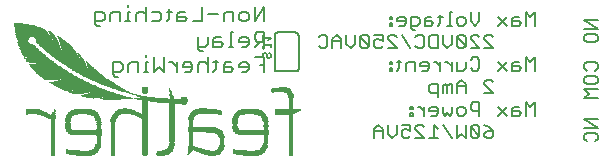
<source format=gbr>
G04 EAGLE Gerber RS-274X export*
G75*
%MOMM*%
%FSLAX34Y34*%
%LPD*%
%INSilkscreen Bottom*%
%IPPOS*%
%AMOC8*
5,1,8,0,0,1.08239X$1,22.5*%
G01*
%ADD10C,0.203200*%
%ADD11C,0.152400*%
%ADD12R,0.914400X0.025400*%
%ADD13R,0.508000X0.025400*%
%ADD14R,0.889000X0.025400*%
%ADD15R,0.406400X0.025400*%
%ADD16R,1.320800X0.025400*%
%ADD17R,0.736600X0.025400*%
%ADD18R,0.660400X0.025400*%
%ADD19R,1.346200X0.025400*%
%ADD20R,1.625600X0.025400*%
%ADD21R,0.939800X0.025400*%
%ADD22R,0.025400X0.025400*%
%ADD23R,0.863600X0.025400*%
%ADD24R,0.431800X0.025400*%
%ADD25R,1.600200X0.025400*%
%ADD26R,1.854200X0.025400*%
%ADD27R,1.066800X0.025400*%
%ADD28R,0.050800X0.025400*%
%ADD29R,1.828800X0.025400*%
%ADD30R,2.032000X0.025400*%
%ADD31R,1.219200X0.025400*%
%ADD32R,0.076200X0.025400*%
%ADD33R,0.990600X0.025400*%
%ADD34R,2.057400X0.025400*%
%ADD35R,2.209800X0.025400*%
%ADD36R,2.362200X0.025400*%
%ADD37R,1.447800X0.025400*%
%ADD38R,0.101600X0.025400*%
%ADD39R,1.092200X0.025400*%
%ADD40R,2.489200X0.025400*%
%ADD41R,1.574800X0.025400*%
%ADD42R,0.127000X0.025400*%
%ADD43R,1.143000X0.025400*%
%ADD44R,2.565400X0.025400*%
%ADD45R,1.676400X0.025400*%
%ADD46R,0.152400X0.025400*%
%ADD47R,1.168400X0.025400*%
%ADD48R,2.590800X0.025400*%
%ADD49R,1.752600X0.025400*%
%ADD50R,0.177800X0.025400*%
%ADD51R,1.193800X0.025400*%
%ADD52R,2.616200X0.025400*%
%ADD53R,0.203200X0.025400*%
%ADD54R,2.641600X0.025400*%
%ADD55R,1.930400X0.025400*%
%ADD56R,0.228600X0.025400*%
%ADD57R,1.244600X0.025400*%
%ADD58R,2.667000X0.025400*%
%ADD59R,0.254000X0.025400*%
%ADD60R,2.692400X0.025400*%
%ADD61R,2.108200X0.025400*%
%ADD62R,0.279400X0.025400*%
%ADD63R,2.717800X0.025400*%
%ADD64R,1.041400X0.025400*%
%ADD65R,2.743200X0.025400*%
%ADD66R,2.260600X0.025400*%
%ADD67R,0.304800X0.025400*%
%ADD68R,0.838200X0.025400*%
%ADD69R,0.685800X0.025400*%
%ADD70R,1.270000X0.025400*%
%ADD71R,0.330200X0.025400*%
%ADD72R,0.609600X0.025400*%
%ADD73R,0.355600X0.025400*%
%ADD74R,0.762000X0.025400*%
%ADD75R,0.635000X0.025400*%
%ADD76R,0.584200X0.025400*%
%ADD77R,0.381000X0.025400*%
%ADD78R,0.533400X0.025400*%
%ADD79R,0.558800X0.025400*%
%ADD80R,0.482600X0.025400*%
%ADD81R,1.117600X0.025400*%
%ADD82R,0.457200X0.025400*%
%ADD83R,0.787400X0.025400*%
%ADD84R,0.711200X0.025400*%
%ADD85R,2.413000X0.025400*%
%ADD86R,2.438400X0.025400*%
%ADD87R,2.540000X0.025400*%
%ADD88R,2.794000X0.025400*%
%ADD89R,2.819400X0.025400*%
%ADD90R,2.844800X0.025400*%
%ADD91R,2.870200X0.025400*%
%ADD92R,1.016000X0.025400*%
%ADD93R,2.895600X0.025400*%
%ADD94R,1.422400X0.025400*%
%ADD95R,2.921000X0.025400*%
%ADD96R,1.803400X0.025400*%
%ADD97R,2.946400X0.025400*%
%ADD98R,2.971800X0.025400*%
%ADD99R,2.997200X0.025400*%
%ADD100R,3.022600X0.025400*%
%ADD101R,2.768600X0.025400*%
%ADD102R,2.514600X0.025400*%
%ADD103R,2.336800X0.025400*%
%ADD104R,0.965200X0.025400*%
%ADD105R,0.812800X0.025400*%
%ADD106R,1.651000X0.025400*%
%ADD107R,1.701800X0.025400*%
%ADD108R,1.727200X0.025400*%
%ADD109R,2.159000X0.025400*%
%ADD110R,1.778000X0.025400*%
%ADD111R,2.082800X0.025400*%
%ADD112R,2.463800X0.025400*%
%ADD113R,2.006600X0.025400*%
%ADD114R,1.905000X0.025400*%
%ADD115R,2.286000X0.025400*%
%ADD116R,1.955800X0.025400*%
%ADD117R,2.235200X0.025400*%
%ADD118R,1.524000X0.025400*%
%ADD119R,1.981200X0.025400*%
%ADD120R,2.184400X0.025400*%
%ADD121R,1.473200X0.025400*%
%ADD122R,1.397000X0.025400*%
%ADD123R,2.387600X0.025400*%
%ADD124R,1.879600X0.025400*%
%ADD125R,1.295400X0.025400*%
%ADD126R,1.549400X0.025400*%
%ADD127R,1.371600X0.025400*%
%ADD128R,3.200400X0.025400*%
%ADD129R,3.378200X0.025400*%
%ADD130R,3.835400X0.025400*%
%ADD131R,3.987800X0.025400*%
%ADD132R,4.089400X0.025400*%
%ADD133R,4.216400X0.025400*%
%ADD134R,2.311400X0.025400*%
%ADD135R,3.225800X0.025400*%
%ADD136R,3.479800X0.025400*%
%ADD137R,3.454400X0.025400*%
%ADD138R,1.498600X0.025400*%
%ADD139R,3.429000X0.025400*%
%ADD140R,3.403600X0.025400*%
%ADD141R,3.352800X0.025400*%
%ADD142R,3.327400X0.025400*%
%ADD143R,3.302000X0.025400*%
%ADD144R,3.276600X0.025400*%
%ADD145R,3.251200X0.025400*%
%ADD146R,3.175000X0.025400*%
%ADD147R,2.133600X0.025400*%


D10*
X217424Y165608D02*
X217424Y177810D01*
X209289Y165608D01*
X209289Y177810D01*
X202293Y165608D02*
X198226Y165608D01*
X196192Y167642D01*
X196192Y171709D01*
X198226Y173743D01*
X202293Y173743D01*
X204327Y171709D01*
X204327Y167642D01*
X202293Y165608D01*
X191230Y165608D02*
X191230Y173743D01*
X185128Y173743D01*
X183095Y171709D01*
X183095Y165608D01*
X178132Y171709D02*
X169997Y171709D01*
X165035Y177810D02*
X165035Y165608D01*
X156900Y165608D01*
X149904Y173743D02*
X145837Y173743D01*
X143803Y171709D01*
X143803Y165608D01*
X149904Y165608D01*
X151938Y167642D01*
X149904Y169675D01*
X143803Y169675D01*
X136807Y167642D02*
X136807Y175777D01*
X136807Y167642D02*
X134773Y165608D01*
X134773Y173743D02*
X138841Y173743D01*
X128075Y173743D02*
X121974Y173743D01*
X128075Y173743D02*
X130109Y171709D01*
X130109Y167642D01*
X128075Y165608D01*
X121974Y165608D01*
X117012Y165608D02*
X117012Y177810D01*
X114978Y173743D02*
X117012Y171709D01*
X114978Y173743D02*
X110911Y173743D01*
X108877Y171709D01*
X108877Y165608D01*
X103915Y173743D02*
X101881Y173743D01*
X101881Y165608D01*
X103915Y165608D02*
X99847Y165608D01*
X101881Y177810D02*
X101881Y179844D01*
X95183Y173743D02*
X95183Y165608D01*
X95183Y173743D02*
X89082Y173743D01*
X87048Y171709D01*
X87048Y165608D01*
X78018Y161541D02*
X75985Y161541D01*
X73951Y163574D01*
X73951Y173743D01*
X80052Y173743D01*
X82086Y171709D01*
X82086Y167642D01*
X80052Y165608D01*
X73951Y165608D01*
X217424Y156474D02*
X217424Y144272D01*
X217424Y156474D02*
X211323Y156474D01*
X209289Y154441D01*
X209289Y150373D01*
X211323Y148339D01*
X217424Y148339D01*
X213357Y148339D02*
X209289Y144272D01*
X202293Y144272D02*
X198226Y144272D01*
X202293Y144272D02*
X204327Y146306D01*
X204327Y150373D01*
X202293Y152407D01*
X198226Y152407D01*
X196192Y150373D01*
X196192Y148339D01*
X204327Y148339D01*
X191230Y156474D02*
X189196Y156474D01*
X189196Y144272D01*
X191230Y144272D02*
X187162Y144272D01*
X180464Y152407D02*
X176397Y152407D01*
X174363Y150373D01*
X174363Y144272D01*
X180464Y144272D01*
X182498Y146306D01*
X180464Y148339D01*
X174363Y148339D01*
X169401Y146306D02*
X169401Y152407D01*
X169401Y146306D02*
X167367Y144272D01*
X161266Y144272D01*
X161266Y142238D02*
X161266Y152407D01*
X161266Y142238D02*
X163300Y140205D01*
X165333Y140205D01*
X217424Y135138D02*
X217424Y122936D01*
X217424Y135138D02*
X209289Y135138D01*
X213357Y129037D02*
X217424Y129037D01*
X202293Y122936D02*
X198226Y122936D01*
X202293Y122936D02*
X204327Y124970D01*
X204327Y129037D01*
X202293Y131071D01*
X198226Y131071D01*
X196192Y129037D01*
X196192Y127003D01*
X204327Y127003D01*
X189196Y131071D02*
X185128Y131071D01*
X183095Y129037D01*
X183095Y122936D01*
X189196Y122936D01*
X191230Y124970D01*
X189196Y127003D01*
X183095Y127003D01*
X176099Y124970D02*
X176099Y133105D01*
X176099Y124970D02*
X174065Y122936D01*
X174065Y131071D02*
X178132Y131071D01*
X169401Y135138D02*
X169401Y122936D01*
X169401Y129037D02*
X167367Y131071D01*
X163300Y131071D01*
X161266Y129037D01*
X161266Y122936D01*
X154270Y122936D02*
X150202Y122936D01*
X154270Y122936D02*
X156304Y124970D01*
X156304Y129037D01*
X154270Y131071D01*
X150202Y131071D01*
X148169Y129037D01*
X148169Y127003D01*
X156304Y127003D01*
X143206Y122936D02*
X143206Y131071D01*
X139139Y131071D02*
X143206Y127003D01*
X139139Y131071D02*
X137105Y131071D01*
X132292Y135138D02*
X132292Y122936D01*
X128224Y127003D01*
X124157Y122936D01*
X124157Y135138D01*
X119195Y131071D02*
X117161Y131071D01*
X117161Y122936D01*
X119195Y122936D02*
X115127Y122936D01*
X117161Y135138D02*
X117161Y137172D01*
X110463Y131071D02*
X110463Y122936D01*
X110463Y131071D02*
X104362Y131071D01*
X102328Y129037D01*
X102328Y122936D01*
X93298Y118869D02*
X91265Y118869D01*
X89231Y120902D01*
X89231Y131071D01*
X95332Y131071D01*
X97366Y129037D01*
X97366Y124970D01*
X95332Y122936D01*
X89231Y122936D01*
D11*
X446278Y162052D02*
X446278Y173238D01*
X442550Y169509D01*
X438821Y173238D01*
X438821Y162052D01*
X432720Y169509D02*
X428991Y169509D01*
X427127Y167645D01*
X427127Y162052D01*
X432720Y162052D01*
X434584Y163916D01*
X432720Y165781D01*
X427127Y165781D01*
X422890Y169509D02*
X415433Y162052D01*
X422890Y162052D02*
X415433Y169509D01*
X399502Y173238D02*
X399502Y165781D01*
X395774Y162052D01*
X392045Y165781D01*
X392045Y173238D01*
X385944Y162052D02*
X382215Y162052D01*
X380351Y163916D01*
X380351Y167645D01*
X382215Y169509D01*
X385944Y169509D01*
X387808Y167645D01*
X387808Y163916D01*
X385944Y162052D01*
X376114Y173238D02*
X374250Y173238D01*
X374250Y162052D01*
X376114Y162052D02*
X372386Y162052D01*
X366454Y163916D02*
X366454Y171373D01*
X366454Y163916D02*
X364590Y162052D01*
X364590Y169509D02*
X368318Y169509D01*
X358658Y169509D02*
X354930Y169509D01*
X353065Y167645D01*
X353065Y162052D01*
X358658Y162052D01*
X360522Y163916D01*
X358658Y165781D01*
X353065Y165781D01*
X345100Y158324D02*
X343236Y158324D01*
X341371Y160188D01*
X341371Y169509D01*
X346964Y169509D01*
X348828Y167645D01*
X348828Y163916D01*
X346964Y162052D01*
X341371Y162052D01*
X335270Y162052D02*
X331542Y162052D01*
X335270Y162052D02*
X337134Y163916D01*
X337134Y167645D01*
X335270Y169509D01*
X331542Y169509D01*
X329677Y167645D01*
X329677Y165781D01*
X337134Y165781D01*
X325440Y169509D02*
X323576Y169509D01*
X323576Y167645D01*
X325440Y167645D01*
X325440Y169509D01*
X325440Y163916D02*
X323576Y163916D01*
X323576Y162052D01*
X325440Y162052D01*
X325440Y163916D01*
X403739Y143002D02*
X411196Y143002D01*
X403739Y150459D01*
X403739Y152323D01*
X405603Y154188D01*
X409332Y154188D01*
X411196Y152323D01*
X399502Y143002D02*
X392045Y143002D01*
X399502Y143002D02*
X392045Y150459D01*
X392045Y152323D01*
X393909Y154188D01*
X397638Y154188D01*
X399502Y152323D01*
X387808Y152323D02*
X387808Y144866D01*
X387808Y152323D02*
X385944Y154188D01*
X382215Y154188D01*
X380351Y152323D01*
X380351Y144866D01*
X382215Y143002D01*
X385944Y143002D01*
X387808Y144866D01*
X380351Y152323D01*
X376114Y154188D02*
X376114Y146731D01*
X372386Y143002D01*
X368657Y146731D01*
X368657Y154188D01*
X364420Y154188D02*
X364420Y143002D01*
X358827Y143002D01*
X356963Y144866D01*
X356963Y152323D01*
X358827Y154188D01*
X364420Y154188D01*
X347134Y154188D02*
X345269Y152323D01*
X347134Y154188D02*
X350862Y154188D01*
X352726Y152323D01*
X352726Y144866D01*
X350862Y143002D01*
X347134Y143002D01*
X345269Y144866D01*
X341032Y143002D02*
X333575Y154188D01*
X329338Y143002D02*
X321881Y143002D01*
X329338Y143002D02*
X321881Y150459D01*
X321881Y152323D01*
X323746Y154188D01*
X327474Y154188D01*
X329338Y152323D01*
X317644Y154188D02*
X310187Y154188D01*
X317644Y154188D02*
X317644Y148595D01*
X313916Y150459D01*
X312052Y150459D01*
X310187Y148595D01*
X310187Y144866D01*
X312052Y143002D01*
X315780Y143002D01*
X317644Y144866D01*
X305950Y144866D02*
X305950Y152323D01*
X304086Y154188D01*
X300358Y154188D01*
X298493Y152323D01*
X298493Y144866D01*
X300358Y143002D01*
X304086Y143002D01*
X305950Y144866D01*
X298493Y152323D01*
X294256Y154188D02*
X294256Y146731D01*
X290528Y143002D01*
X286799Y146731D01*
X286799Y154188D01*
X282562Y150459D02*
X282562Y143002D01*
X282562Y150459D02*
X278834Y154188D01*
X275105Y150459D01*
X275105Y143002D01*
X275105Y148595D02*
X282562Y148595D01*
X265276Y154188D02*
X263411Y152323D01*
X265276Y154188D02*
X269004Y154188D01*
X270868Y152323D01*
X270868Y144866D01*
X269004Y143002D01*
X265276Y143002D01*
X263411Y144866D01*
X446278Y135138D02*
X446278Y123952D01*
X442550Y131409D02*
X446278Y135138D01*
X442550Y131409D02*
X438821Y135138D01*
X438821Y123952D01*
X432720Y131409D02*
X428991Y131409D01*
X427127Y129545D01*
X427127Y123952D01*
X432720Y123952D01*
X434584Y125816D01*
X432720Y127681D01*
X427127Y127681D01*
X422890Y131409D02*
X415433Y123952D01*
X422890Y123952D02*
X415433Y131409D01*
X393909Y135138D02*
X392045Y133273D01*
X393909Y135138D02*
X397638Y135138D01*
X399502Y133273D01*
X399502Y125816D01*
X397638Y123952D01*
X393909Y123952D01*
X392045Y125816D01*
X387808Y125816D02*
X387808Y131409D01*
X387808Y125816D02*
X385944Y123952D01*
X380351Y123952D01*
X380351Y131409D01*
X376114Y131409D02*
X376114Y123952D01*
X376114Y127681D02*
X372386Y131409D01*
X370521Y131409D01*
X366369Y131409D02*
X366369Y123952D01*
X366369Y127681D02*
X362641Y131409D01*
X360776Y131409D01*
X354760Y123952D02*
X351032Y123952D01*
X354760Y123952D02*
X356624Y125816D01*
X356624Y129545D01*
X354760Y131409D01*
X351032Y131409D01*
X349167Y129545D01*
X349167Y127681D01*
X356624Y127681D01*
X344930Y131409D02*
X344930Y123952D01*
X344930Y131409D02*
X339338Y131409D01*
X337473Y129545D01*
X337473Y123952D01*
X331372Y125816D02*
X331372Y133273D01*
X331372Y125816D02*
X329508Y123952D01*
X329508Y131409D02*
X333236Y131409D01*
X325440Y131409D02*
X323576Y131409D01*
X323576Y129545D01*
X325440Y129545D01*
X325440Y131409D01*
X325440Y125816D02*
X323576Y125816D01*
X323576Y123952D01*
X325440Y123952D01*
X325440Y125816D01*
X403739Y104902D02*
X411196Y104902D01*
X403739Y112359D01*
X403739Y114223D01*
X405603Y116088D01*
X409332Y116088D01*
X411196Y114223D01*
X387808Y112359D02*
X387808Y104902D01*
X387808Y112359D02*
X384080Y116088D01*
X380351Y112359D01*
X380351Y104902D01*
X380351Y110495D02*
X387808Y110495D01*
X376114Y112359D02*
X376114Y104902D01*
X376114Y112359D02*
X374250Y112359D01*
X372386Y110495D01*
X372386Y104902D01*
X372386Y110495D02*
X370521Y112359D01*
X368657Y110495D01*
X368657Y104902D01*
X364420Y101174D02*
X364420Y112359D01*
X358827Y112359D01*
X356963Y110495D01*
X356963Y106766D01*
X358827Y104902D01*
X364420Y104902D01*
X446278Y97038D02*
X446278Y85852D01*
X442550Y93309D02*
X446278Y97038D01*
X442550Y93309D02*
X438821Y97038D01*
X438821Y85852D01*
X432720Y93309D02*
X428991Y93309D01*
X427127Y91445D01*
X427127Y85852D01*
X432720Y85852D01*
X434584Y87716D01*
X432720Y89581D01*
X427127Y89581D01*
X422890Y93309D02*
X415433Y85852D01*
X422890Y85852D02*
X415433Y93309D01*
X399502Y97038D02*
X399502Y85852D01*
X399502Y97038D02*
X393909Y97038D01*
X392045Y95173D01*
X392045Y91445D01*
X393909Y89581D01*
X399502Y89581D01*
X385944Y85852D02*
X382215Y85852D01*
X380351Y87716D01*
X380351Y91445D01*
X382215Y93309D01*
X385944Y93309D01*
X387808Y91445D01*
X387808Y87716D01*
X385944Y85852D01*
X376114Y87716D02*
X376114Y93309D01*
X376114Y87716D02*
X374250Y85852D01*
X372386Y87716D01*
X370521Y85852D01*
X368657Y87716D01*
X368657Y93309D01*
X362556Y85852D02*
X358827Y85852D01*
X362556Y85852D02*
X364420Y87716D01*
X364420Y91445D01*
X362556Y93309D01*
X358827Y93309D01*
X356963Y91445D01*
X356963Y89581D01*
X364420Y89581D01*
X352726Y93309D02*
X352726Y85852D01*
X352726Y89581D02*
X348998Y93309D01*
X347134Y93309D01*
X342981Y93309D02*
X341117Y93309D01*
X341117Y91445D01*
X342981Y91445D01*
X342981Y93309D01*
X342981Y87716D02*
X341117Y87716D01*
X341117Y85852D01*
X342981Y85852D01*
X342981Y87716D01*
X403739Y77988D02*
X407468Y76123D01*
X411196Y72395D01*
X411196Y68666D01*
X409332Y66802D01*
X405603Y66802D01*
X403739Y68666D01*
X403739Y70531D01*
X405603Y72395D01*
X411196Y72395D01*
X399502Y76123D02*
X399502Y68666D01*
X399502Y76123D02*
X397638Y77988D01*
X393909Y77988D01*
X392045Y76123D01*
X392045Y68666D01*
X393909Y66802D01*
X397638Y66802D01*
X399502Y68666D01*
X392045Y76123D01*
X387808Y77988D02*
X387808Y66802D01*
X384080Y70531D01*
X380351Y66802D01*
X380351Y77988D01*
X368657Y77988D02*
X376114Y66802D01*
X364420Y74259D02*
X360692Y77988D01*
X360692Y66802D01*
X364420Y66802D02*
X356963Y66802D01*
X352726Y66802D02*
X345269Y66802D01*
X352726Y66802D02*
X345269Y74259D01*
X345269Y76123D01*
X347134Y77988D01*
X350862Y77988D01*
X352726Y76123D01*
X341032Y77988D02*
X333575Y77988D01*
X341032Y77988D02*
X341032Y72395D01*
X337304Y74259D01*
X335440Y74259D01*
X333575Y72395D01*
X333575Y68666D01*
X335440Y66802D01*
X339168Y66802D01*
X341032Y68666D01*
X329338Y70531D02*
X329338Y77988D01*
X329338Y70531D02*
X325610Y66802D01*
X321881Y70531D01*
X321881Y77988D01*
X317644Y74259D02*
X317644Y66802D01*
X317644Y74259D02*
X313916Y77988D01*
X310187Y74259D01*
X310187Y66802D01*
X310187Y72395D02*
X317644Y72395D01*
X488432Y125725D02*
X490297Y123861D01*
X488432Y125725D02*
X488432Y129454D01*
X490297Y131318D01*
X497754Y131318D01*
X499618Y129454D01*
X499618Y125725D01*
X497754Y123861D01*
X488432Y117760D02*
X488432Y114031D01*
X488432Y117760D02*
X490297Y119624D01*
X497754Y119624D01*
X499618Y117760D01*
X499618Y114031D01*
X497754Y112167D01*
X490297Y112167D01*
X488432Y114031D01*
X488432Y107930D02*
X499618Y107930D01*
X492161Y104202D02*
X488432Y107930D01*
X492161Y104202D02*
X488432Y100473D01*
X499618Y100473D01*
X499618Y83058D02*
X488432Y83058D01*
X499618Y75601D01*
X488432Y75601D01*
X488432Y65771D02*
X490297Y63907D01*
X488432Y65771D02*
X488432Y69500D01*
X490297Y71364D01*
X497754Y71364D01*
X499618Y69500D01*
X499618Y65771D01*
X497754Y63907D01*
X499618Y166878D02*
X488432Y166878D01*
X499618Y159421D01*
X488432Y159421D01*
X488432Y153320D02*
X488432Y149591D01*
X488432Y153320D02*
X490297Y155184D01*
X497754Y155184D01*
X499618Y153320D01*
X499618Y149591D01*
X497754Y147727D01*
X490297Y147727D01*
X488432Y149591D01*
D12*
X206629Y51562D03*
D13*
X173609Y51562D03*
D14*
X65278Y51562D03*
D15*
X240157Y51816D03*
D16*
X205867Y51816D03*
D17*
X173482Y51816D03*
D18*
X129667Y51816D03*
D15*
X116205Y51816D03*
X89281Y51816D03*
D19*
X64516Y51816D03*
D15*
X38481Y51816D03*
X240157Y52070D03*
D20*
X205359Y52070D03*
D21*
X173228Y52070D03*
D22*
X153162Y52070D03*
D23*
X130429Y52070D03*
D24*
X116078Y52070D03*
D15*
X89281Y52070D03*
D25*
X64008Y52070D03*
D15*
X38481Y52070D03*
X240157Y52324D03*
D26*
X204978Y52324D03*
D27*
X173101Y52324D03*
D28*
X153289Y52324D03*
D21*
X130810Y52324D03*
D24*
X116078Y52324D03*
D15*
X89281Y52324D03*
D29*
X63627Y52324D03*
D15*
X38481Y52324D03*
X240157Y52578D03*
D30*
X204597Y52578D03*
D31*
X172847Y52578D03*
D32*
X153416Y52578D03*
D33*
X131064Y52578D03*
D24*
X116078Y52578D03*
D15*
X89281Y52578D03*
D34*
X63246Y52578D03*
D15*
X38481Y52578D03*
X240157Y52832D03*
D35*
X204216Y52832D03*
D19*
X172720Y52832D03*
D32*
X153416Y52832D03*
D27*
X131445Y52832D03*
D24*
X116078Y52832D03*
D15*
X89281Y52832D03*
D35*
X62992Y52832D03*
D15*
X38481Y52832D03*
X240157Y53086D03*
D36*
X203962Y53086D03*
D37*
X172466Y53086D03*
D38*
X153543Y53086D03*
D39*
X131572Y53086D03*
D24*
X116078Y53086D03*
D15*
X89281Y53086D03*
D36*
X62738Y53086D03*
D15*
X38481Y53086D03*
X240157Y53340D03*
D40*
X203835Y53340D03*
D41*
X172339Y53340D03*
D42*
X153670Y53340D03*
D43*
X131826Y53340D03*
D24*
X116078Y53340D03*
D15*
X89281Y53340D03*
D40*
X62357Y53340D03*
D15*
X38481Y53340D03*
X240157Y53594D03*
D44*
X203708Y53594D03*
D45*
X172085Y53594D03*
D46*
X153797Y53594D03*
D47*
X131953Y53594D03*
D24*
X116078Y53594D03*
D15*
X89281Y53594D03*
D44*
X62230Y53594D03*
D15*
X38481Y53594D03*
X240157Y53848D03*
D48*
X203835Y53848D03*
D49*
X171958Y53848D03*
D50*
X153924Y53848D03*
D51*
X132080Y53848D03*
D24*
X116078Y53848D03*
D15*
X89281Y53848D03*
D52*
X62484Y53848D03*
D15*
X38481Y53848D03*
X240157Y54102D03*
D52*
X203962Y54102D03*
D26*
X171704Y54102D03*
D53*
X154051Y54102D03*
D31*
X132207Y54102D03*
D24*
X116078Y54102D03*
D15*
X89281Y54102D03*
D54*
X62611Y54102D03*
D15*
X38481Y54102D03*
X240157Y54356D03*
D54*
X204089Y54356D03*
D55*
X171577Y54356D03*
D56*
X154178Y54356D03*
D57*
X132334Y54356D03*
D24*
X116078Y54356D03*
D15*
X89281Y54356D03*
D58*
X62738Y54356D03*
D15*
X38481Y54356D03*
X240157Y54610D03*
D58*
X204216Y54610D03*
D30*
X171323Y54610D03*
D59*
X154305Y54610D03*
D57*
X132588Y54610D03*
D24*
X116078Y54610D03*
D15*
X89281Y54610D03*
D60*
X62865Y54610D03*
D15*
X38481Y54610D03*
X240157Y54864D03*
D60*
X204343Y54864D03*
D61*
X171196Y54864D03*
D62*
X154432Y54864D03*
D47*
X133223Y54864D03*
D24*
X116078Y54864D03*
D15*
X89281Y54864D03*
D60*
X62865Y54864D03*
D15*
X38481Y54864D03*
X240157Y55118D03*
D63*
X204470Y55118D03*
D35*
X170942Y55118D03*
D62*
X154432Y55118D03*
D64*
X133858Y55118D03*
D24*
X116078Y55118D03*
D15*
X89281Y55118D03*
D63*
X62992Y55118D03*
D15*
X38481Y55118D03*
X240157Y55372D03*
D65*
X204597Y55372D03*
D66*
X170688Y55372D03*
D67*
X154559Y55372D03*
D21*
X134620Y55372D03*
D24*
X116078Y55372D03*
D15*
X89281Y55372D03*
D65*
X63119Y55372D03*
D15*
X38481Y55372D03*
X240157Y55626D03*
D68*
X214122Y55626D03*
D43*
X196596Y55626D03*
D69*
X178816Y55626D03*
D70*
X165227Y55626D03*
D71*
X154686Y55626D03*
D23*
X135255Y55626D03*
D24*
X116078Y55626D03*
D15*
X89281Y55626D03*
D68*
X72898Y55626D03*
D47*
X55245Y55626D03*
D15*
X38481Y55626D03*
X240157Y55880D03*
D69*
X215138Y55880D03*
D72*
X193929Y55880D03*
X179197Y55880D03*
D43*
X164084Y55880D03*
D73*
X154813Y55880D03*
D74*
X135763Y55880D03*
D24*
X116078Y55880D03*
D15*
X89281Y55880D03*
D69*
X73660Y55880D03*
D72*
X52451Y55880D03*
D15*
X38481Y55880D03*
X240157Y56134D03*
D75*
X215646Y56134D03*
D67*
X192405Y56134D03*
D76*
X179578Y56134D03*
D27*
X163195Y56134D03*
D77*
X154940Y56134D03*
D18*
X136525Y56134D03*
D24*
X116078Y56134D03*
D15*
X89281Y56134D03*
D75*
X74168Y56134D03*
D71*
X51054Y56134D03*
D15*
X38481Y56134D03*
X240157Y56388D03*
D76*
X215900Y56388D03*
D38*
X191389Y56388D03*
D78*
X179832Y56388D03*
D33*
X162306Y56388D03*
D15*
X155067Y56388D03*
D72*
X136779Y56388D03*
D24*
X116078Y56388D03*
D15*
X89281Y56388D03*
D76*
X74422Y56388D03*
D38*
X49911Y56388D03*
D15*
X38481Y56388D03*
X240157Y56642D03*
D79*
X216281Y56642D03*
D13*
X180213Y56642D03*
D16*
X159639Y56642D03*
D76*
X137160Y56642D03*
D24*
X116078Y56642D03*
D15*
X89281Y56642D03*
D79*
X74803Y56642D03*
D15*
X38481Y56642D03*
X240157Y56896D03*
D78*
X216408Y56896D03*
D80*
X180340Y56896D03*
D31*
X159131Y56896D03*
D78*
X137414Y56896D03*
D24*
X116078Y56896D03*
D15*
X89281Y56896D03*
D13*
X75057Y56896D03*
D15*
X38481Y56896D03*
X240157Y57150D03*
D78*
X216662Y57150D03*
D80*
X180594Y57150D03*
D81*
X158623Y57150D03*
D78*
X137668Y57150D03*
D24*
X116078Y57150D03*
D15*
X89281Y57150D03*
D13*
X75311Y57150D03*
D15*
X38481Y57150D03*
X240157Y57404D03*
D13*
X216789Y57404D03*
D80*
X180594Y57404D03*
D64*
X158242Y57404D03*
D13*
X137795Y57404D03*
D24*
X116078Y57404D03*
D15*
X89281Y57404D03*
D80*
X75438Y57404D03*
D15*
X38481Y57404D03*
X240157Y57658D03*
D80*
X216916Y57658D03*
D82*
X180721Y57658D03*
D21*
X157734Y57658D03*
D80*
X137922Y57658D03*
D24*
X116078Y57658D03*
D15*
X89281Y57658D03*
D80*
X75692Y57658D03*
D15*
X38481Y57658D03*
X240157Y57912D03*
D80*
X217170Y57912D03*
D82*
X180975Y57912D03*
D23*
X157353Y57912D03*
D80*
X138176Y57912D03*
D24*
X116078Y57912D03*
D15*
X89281Y57912D03*
D82*
X75819Y57912D03*
D15*
X38481Y57912D03*
X240157Y58166D03*
D82*
X217297Y58166D03*
X180975Y58166D03*
D83*
X156972Y58166D03*
D82*
X138303Y58166D03*
D24*
X116078Y58166D03*
D15*
X89281Y58166D03*
D82*
X75819Y58166D03*
D15*
X38481Y58166D03*
X240157Y58420D03*
D24*
X217424Y58420D03*
X181102Y58420D03*
D84*
X156591Y58420D03*
D82*
X138303Y58420D03*
D24*
X116078Y58420D03*
D15*
X89281Y58420D03*
D82*
X76073Y58420D03*
D15*
X38481Y58420D03*
X240157Y58674D03*
D82*
X217551Y58674D03*
D24*
X181102Y58674D03*
D75*
X156210Y58674D03*
D82*
X138557Y58674D03*
D24*
X116078Y58674D03*
D15*
X89281Y58674D03*
D24*
X76200Y58674D03*
D15*
X38481Y58674D03*
X240157Y58928D03*
D24*
X217678Y58928D03*
X181356Y58928D03*
D79*
X155829Y58928D03*
D82*
X138557Y58928D03*
D24*
X116078Y58928D03*
D15*
X89281Y58928D03*
D24*
X76200Y58928D03*
D15*
X38481Y58928D03*
X240157Y59182D03*
D24*
X217678Y59182D03*
X181356Y59182D03*
D80*
X155448Y59182D03*
D24*
X138684Y59182D03*
X116078Y59182D03*
D15*
X89281Y59182D03*
D24*
X76454Y59182D03*
D15*
X38481Y59182D03*
X240157Y59436D03*
D24*
X217932Y59436D03*
X181356Y59436D03*
D15*
X155067Y59436D03*
D24*
X138684Y59436D03*
X116078Y59436D03*
D15*
X89281Y59436D03*
D24*
X76454Y59436D03*
D15*
X38481Y59436D03*
X240157Y59690D03*
D24*
X217932Y59690D03*
X181356Y59690D03*
D15*
X155067Y59690D03*
D82*
X138811Y59690D03*
D24*
X116078Y59690D03*
D15*
X89281Y59690D03*
X76581Y59690D03*
X38481Y59690D03*
X240157Y59944D03*
X218059Y59944D03*
X181483Y59944D03*
X155067Y59944D03*
D24*
X138938Y59944D03*
X116078Y59944D03*
D15*
X89281Y59944D03*
D24*
X76708Y59944D03*
D15*
X38481Y59944D03*
X240157Y60198D03*
X218059Y60198D03*
X181483Y60198D03*
X155067Y60198D03*
D24*
X138938Y60198D03*
X116078Y60198D03*
D15*
X89281Y60198D03*
D24*
X76708Y60198D03*
D15*
X38481Y60198D03*
X240157Y60452D03*
D24*
X218186Y60452D03*
D15*
X181483Y60452D03*
X155067Y60452D03*
D24*
X138938Y60452D03*
X116078Y60452D03*
D15*
X89281Y60452D03*
X76835Y60452D03*
X38481Y60452D03*
X240157Y60706D03*
X218313Y60706D03*
X181483Y60706D03*
X155067Y60706D03*
X139065Y60706D03*
D24*
X116078Y60706D03*
D15*
X89281Y60706D03*
X76835Y60706D03*
X38481Y60706D03*
X240157Y60960D03*
X218313Y60960D03*
X181483Y60960D03*
X155067Y60960D03*
X139065Y60960D03*
D24*
X116078Y60960D03*
D15*
X89281Y60960D03*
X76835Y60960D03*
X38481Y60960D03*
X240157Y61214D03*
X218313Y61214D03*
X181483Y61214D03*
X155067Y61214D03*
D24*
X139192Y61214D03*
X116078Y61214D03*
D15*
X89281Y61214D03*
D24*
X76962Y61214D03*
D15*
X38481Y61214D03*
X240157Y61468D03*
X218313Y61468D03*
X181483Y61468D03*
X155067Y61468D03*
D24*
X139192Y61468D03*
X116078Y61468D03*
D15*
X89281Y61468D03*
X77089Y61468D03*
X38481Y61468D03*
X240157Y61722D03*
X218567Y61722D03*
X181483Y61722D03*
X155067Y61722D03*
D24*
X139192Y61722D03*
X116078Y61722D03*
D15*
X89281Y61722D03*
X77089Y61722D03*
X38481Y61722D03*
X240157Y61976D03*
X218567Y61976D03*
X181483Y61976D03*
X155067Y61976D03*
D24*
X139192Y61976D03*
X116078Y61976D03*
D15*
X89281Y61976D03*
X77089Y61976D03*
X38481Y61976D03*
X240157Y62230D03*
X218567Y62230D03*
X181483Y62230D03*
X155067Y62230D03*
X139319Y62230D03*
D24*
X116078Y62230D03*
D15*
X89281Y62230D03*
X77089Y62230D03*
X38481Y62230D03*
X240157Y62484D03*
X218567Y62484D03*
X181483Y62484D03*
X155067Y62484D03*
X139319Y62484D03*
D24*
X116078Y62484D03*
D15*
X89281Y62484D03*
X77343Y62484D03*
X38481Y62484D03*
X240157Y62738D03*
X218567Y62738D03*
X181483Y62738D03*
X155067Y62738D03*
X139319Y62738D03*
D24*
X116078Y62738D03*
D15*
X89281Y62738D03*
X77343Y62738D03*
X38481Y62738D03*
X240157Y62992D03*
X218567Y62992D03*
X181483Y62992D03*
X155067Y62992D03*
X139319Y62992D03*
D24*
X116078Y62992D03*
D15*
X89281Y62992D03*
X77343Y62992D03*
X38481Y62992D03*
X240157Y63246D03*
X218821Y63246D03*
X181483Y63246D03*
X155067Y63246D03*
X139319Y63246D03*
D24*
X116078Y63246D03*
D15*
X89281Y63246D03*
X77343Y63246D03*
X38481Y63246D03*
X240157Y63500D03*
X218821Y63500D03*
X181483Y63500D03*
X155067Y63500D03*
D24*
X139446Y63500D03*
X116078Y63500D03*
D15*
X89281Y63500D03*
X77343Y63500D03*
X38481Y63500D03*
X240157Y63754D03*
X218821Y63754D03*
X181483Y63754D03*
X155067Y63754D03*
D24*
X139446Y63754D03*
X116078Y63754D03*
D15*
X89281Y63754D03*
X77343Y63754D03*
X38481Y63754D03*
X240157Y64008D03*
X218821Y64008D03*
X181483Y64008D03*
X155067Y64008D03*
D24*
X139446Y64008D03*
X116078Y64008D03*
D15*
X89281Y64008D03*
X77343Y64008D03*
X38481Y64008D03*
X240157Y64262D03*
X218821Y64262D03*
X181483Y64262D03*
X155067Y64262D03*
D24*
X139446Y64262D03*
X116078Y64262D03*
D15*
X89281Y64262D03*
X77343Y64262D03*
X38481Y64262D03*
X240157Y64516D03*
X218821Y64516D03*
X181483Y64516D03*
X155067Y64516D03*
D24*
X139446Y64516D03*
X116078Y64516D03*
D15*
X89281Y64516D03*
X77597Y64516D03*
X38481Y64516D03*
X240157Y64770D03*
X218821Y64770D03*
X181483Y64770D03*
X155067Y64770D03*
D24*
X139446Y64770D03*
X116078Y64770D03*
D15*
X89281Y64770D03*
X77597Y64770D03*
X38481Y64770D03*
X240157Y65024D03*
X218821Y65024D03*
X181483Y65024D03*
X155067Y65024D03*
D24*
X139446Y65024D03*
X116078Y65024D03*
D15*
X89281Y65024D03*
X77597Y65024D03*
X38481Y65024D03*
X240157Y65278D03*
X218821Y65278D03*
X181483Y65278D03*
X155067Y65278D03*
D24*
X139446Y65278D03*
X116078Y65278D03*
D15*
X89281Y65278D03*
X77597Y65278D03*
X38481Y65278D03*
X240157Y65532D03*
X218821Y65532D03*
X181483Y65532D03*
X155067Y65532D03*
D24*
X139446Y65532D03*
X116078Y65532D03*
D15*
X89281Y65532D03*
X77597Y65532D03*
X38481Y65532D03*
X240157Y65786D03*
X219075Y65786D03*
X181483Y65786D03*
X155067Y65786D03*
D24*
X139446Y65786D03*
X116078Y65786D03*
D15*
X89281Y65786D03*
X77597Y65786D03*
X38481Y65786D03*
X240157Y66040D03*
X219075Y66040D03*
X181483Y66040D03*
X155067Y66040D03*
D24*
X139446Y66040D03*
X116078Y66040D03*
D15*
X89281Y66040D03*
X77597Y66040D03*
X38481Y66040D03*
X240157Y66294D03*
X219075Y66294D03*
X181483Y66294D03*
X155067Y66294D03*
D24*
X139446Y66294D03*
X116078Y66294D03*
D15*
X89281Y66294D03*
X77597Y66294D03*
X38481Y66294D03*
X240157Y66548D03*
X219075Y66548D03*
D24*
X181356Y66548D03*
D15*
X155067Y66548D03*
D24*
X139446Y66548D03*
X116078Y66548D03*
D15*
X89281Y66548D03*
X77597Y66548D03*
X38481Y66548D03*
X240157Y66802D03*
X219075Y66802D03*
D24*
X181356Y66802D03*
D15*
X155067Y66802D03*
D24*
X139446Y66802D03*
X116078Y66802D03*
D15*
X89281Y66802D03*
X77597Y66802D03*
X38481Y66802D03*
X240157Y67056D03*
X219075Y67056D03*
D24*
X181356Y67056D03*
D15*
X155067Y67056D03*
D24*
X139446Y67056D03*
X116078Y67056D03*
D15*
X89281Y67056D03*
X77597Y67056D03*
X38481Y67056D03*
X240157Y67310D03*
X219075Y67310D03*
D24*
X181356Y67310D03*
D15*
X155067Y67310D03*
D24*
X139446Y67310D03*
X116078Y67310D03*
D15*
X89281Y67310D03*
X77597Y67310D03*
X38481Y67310D03*
X240157Y67564D03*
X219075Y67564D03*
D82*
X181229Y67564D03*
D15*
X155067Y67564D03*
D24*
X139446Y67564D03*
X116078Y67564D03*
D15*
X89281Y67564D03*
X77597Y67564D03*
X38481Y67564D03*
X240157Y67818D03*
X219075Y67818D03*
D24*
X181102Y67818D03*
D15*
X155067Y67818D03*
D24*
X139446Y67818D03*
X116078Y67818D03*
D15*
X89281Y67818D03*
X77597Y67818D03*
X38481Y67818D03*
X240157Y68072D03*
X219075Y68072D03*
D24*
X181102Y68072D03*
D15*
X155067Y68072D03*
D24*
X139446Y68072D03*
X116078Y68072D03*
D15*
X89281Y68072D03*
X77597Y68072D03*
X38481Y68072D03*
X240157Y68326D03*
X219075Y68326D03*
D82*
X180975Y68326D03*
D15*
X155067Y68326D03*
D24*
X139446Y68326D03*
X116078Y68326D03*
D15*
X89281Y68326D03*
X77597Y68326D03*
X38481Y68326D03*
X240157Y68580D03*
X219075Y68580D03*
D80*
X180848Y68580D03*
D15*
X155067Y68580D03*
D24*
X139446Y68580D03*
X116078Y68580D03*
D15*
X89281Y68580D03*
X77597Y68580D03*
X38481Y68580D03*
X240157Y68834D03*
X219075Y68834D03*
D82*
X180721Y68834D03*
D15*
X155067Y68834D03*
D24*
X139446Y68834D03*
X116078Y68834D03*
D15*
X89281Y68834D03*
D24*
X77724Y68834D03*
D15*
X38481Y68834D03*
X240157Y69088D03*
D85*
X209042Y69088D03*
D80*
X180594Y69088D03*
D15*
X155067Y69088D03*
D24*
X139446Y69088D03*
X116078Y69088D03*
D15*
X89281Y69088D03*
D86*
X67691Y69088D03*
D15*
X38481Y69088D03*
X240157Y69342D03*
D87*
X208407Y69342D03*
D13*
X180467Y69342D03*
D15*
X155067Y69342D03*
D24*
X139446Y69342D03*
X116078Y69342D03*
D15*
X89281Y69342D03*
D87*
X67183Y69342D03*
D15*
X38481Y69342D03*
X240157Y69596D03*
D52*
X208026Y69596D03*
D13*
X180213Y69596D03*
D15*
X155067Y69596D03*
D24*
X139446Y69596D03*
X116078Y69596D03*
D15*
X89281Y69596D03*
D54*
X66675Y69596D03*
D15*
X38481Y69596D03*
X240157Y69850D03*
D60*
X207645Y69850D03*
D78*
X180086Y69850D03*
D15*
X155067Y69850D03*
D24*
X139446Y69850D03*
X116078Y69850D03*
D15*
X89281Y69850D03*
D60*
X66421Y69850D03*
D15*
X38481Y69850D03*
X240157Y70104D03*
D65*
X207391Y70104D03*
D76*
X179832Y70104D03*
D15*
X155067Y70104D03*
D24*
X139446Y70104D03*
X116078Y70104D03*
D15*
X89281Y70104D03*
D65*
X66167Y70104D03*
D15*
X38481Y70104D03*
X240157Y70358D03*
D88*
X207137Y70358D03*
D76*
X179578Y70358D03*
D15*
X155067Y70358D03*
D24*
X139446Y70358D03*
X116078Y70358D03*
D15*
X89281Y70358D03*
D88*
X65913Y70358D03*
D15*
X38481Y70358D03*
X240157Y70612D03*
D89*
X207010Y70612D03*
D18*
X179197Y70612D03*
D15*
X155067Y70612D03*
D24*
X139446Y70612D03*
X116078Y70612D03*
D15*
X89281Y70612D03*
D90*
X65659Y70612D03*
D15*
X38481Y70612D03*
X240157Y70866D03*
D90*
X206883Y70866D03*
D17*
X178562Y70866D03*
D15*
X155067Y70866D03*
D24*
X139446Y70866D03*
X116078Y70866D03*
D15*
X89281Y70866D03*
D91*
X65532Y70866D03*
D15*
X38481Y70866D03*
X240157Y71120D03*
D91*
X206756Y71120D03*
D92*
X176911Y71120D03*
D15*
X155067Y71120D03*
D24*
X139446Y71120D03*
X116078Y71120D03*
D15*
X89281Y71120D03*
D93*
X65405Y71120D03*
D15*
X38481Y71120D03*
X240157Y71374D03*
D93*
X206629Y71374D03*
D94*
X174879Y71374D03*
D15*
X155067Y71374D03*
D24*
X139446Y71374D03*
X116078Y71374D03*
D15*
X89281Y71374D03*
D95*
X65278Y71374D03*
D15*
X38481Y71374D03*
X240157Y71628D03*
D95*
X206502Y71628D03*
D96*
X172720Y71628D03*
D15*
X155067Y71628D03*
D24*
X139446Y71628D03*
X116078Y71628D03*
D15*
X89281Y71628D03*
D97*
X65151Y71628D03*
D15*
X38481Y71628D03*
X240157Y71882D03*
D97*
X206375Y71882D03*
D35*
X170434Y71882D03*
D15*
X155067Y71882D03*
D24*
X139446Y71882D03*
X116078Y71882D03*
D15*
X89281Y71882D03*
D98*
X65024Y71882D03*
D15*
X38481Y71882D03*
X240157Y72136D03*
D98*
X206248Y72136D03*
D90*
X167259Y72136D03*
D24*
X139446Y72136D03*
X116078Y72136D03*
D15*
X89281Y72136D03*
D99*
X64897Y72136D03*
D15*
X38481Y72136D03*
X240157Y72390D03*
D99*
X206121Y72390D03*
D89*
X167132Y72390D03*
D24*
X139446Y72390D03*
X116078Y72390D03*
D15*
X89281Y72390D03*
D99*
X64897Y72390D03*
D15*
X38481Y72390D03*
X240157Y72644D03*
D99*
X206121Y72644D03*
D88*
X167005Y72644D03*
D24*
X139446Y72644D03*
X116078Y72644D03*
D15*
X89281Y72644D03*
D100*
X64770Y72644D03*
D15*
X38481Y72644D03*
X240157Y72898D03*
D100*
X205994Y72898D03*
D101*
X166878Y72898D03*
D24*
X139446Y72898D03*
X116078Y72898D03*
D15*
X89281Y72898D03*
D100*
X64770Y72898D03*
D15*
X38481Y72898D03*
X240157Y73152D03*
X219075Y73152D03*
D18*
X194183Y73152D03*
D63*
X166624Y73152D03*
D24*
X139446Y73152D03*
X116078Y73152D03*
D15*
X89281Y73152D03*
D24*
X77724Y73152D03*
D69*
X52832Y73152D03*
D15*
X38481Y73152D03*
X240157Y73406D03*
X219075Y73406D03*
D76*
X193802Y73406D03*
D60*
X166497Y73406D03*
D24*
X139446Y73406D03*
X116078Y73406D03*
D15*
X89281Y73406D03*
D24*
X77724Y73406D03*
D76*
X52324Y73406D03*
D15*
X38481Y73406D03*
X240157Y73660D03*
X219075Y73660D03*
D79*
X193421Y73660D03*
D58*
X166370Y73660D03*
D24*
X139446Y73660D03*
X116078Y73660D03*
D15*
X89281Y73660D03*
D24*
X77724Y73660D03*
D78*
X52070Y73660D03*
D15*
X38481Y73660D03*
X240157Y73914D03*
X219075Y73914D03*
D13*
X193167Y73914D03*
D52*
X166116Y73914D03*
D24*
X139446Y73914D03*
X116078Y73914D03*
D15*
X89281Y73914D03*
X77597Y73914D03*
D13*
X51689Y73914D03*
D15*
X38481Y73914D03*
X240157Y74168D03*
X219075Y74168D03*
D80*
X193040Y74168D03*
D44*
X165862Y74168D03*
D24*
X139446Y74168D03*
X116078Y74168D03*
D15*
X89281Y74168D03*
X77597Y74168D03*
D80*
X51562Y74168D03*
D15*
X38481Y74168D03*
X240157Y74422D03*
X219075Y74422D03*
D80*
X192786Y74422D03*
D102*
X165608Y74422D03*
D24*
X139446Y74422D03*
X116078Y74422D03*
D15*
X89281Y74422D03*
X77597Y74422D03*
D82*
X51435Y74422D03*
D15*
X38481Y74422D03*
X240157Y74676D03*
X219075Y74676D03*
D82*
X192659Y74676D03*
D86*
X165227Y74676D03*
D24*
X139446Y74676D03*
X116078Y74676D03*
D15*
X89281Y74676D03*
X77597Y74676D03*
D82*
X51181Y74676D03*
D15*
X38481Y74676D03*
X240157Y74930D03*
X219075Y74930D03*
D24*
X192532Y74930D03*
D103*
X164719Y74930D03*
D24*
X139446Y74930D03*
X116078Y74930D03*
D15*
X89281Y74930D03*
X77597Y74930D03*
D82*
X51181Y74930D03*
D15*
X38481Y74930D03*
X240157Y75184D03*
X219075Y75184D03*
D24*
X192532Y75184D03*
D15*
X155067Y75184D03*
D24*
X139446Y75184D03*
X116078Y75184D03*
D15*
X89281Y75184D03*
X77597Y75184D03*
D24*
X51054Y75184D03*
D15*
X38481Y75184D03*
X240157Y75438D03*
X219075Y75438D03*
D24*
X192278Y75438D03*
D15*
X155067Y75438D03*
D24*
X139446Y75438D03*
X116078Y75438D03*
D15*
X89281Y75438D03*
X77597Y75438D03*
D24*
X51054Y75438D03*
D15*
X38481Y75438D03*
X240157Y75692D03*
X219075Y75692D03*
D24*
X192278Y75692D03*
D15*
X155067Y75692D03*
D24*
X139446Y75692D03*
X116078Y75692D03*
D15*
X89281Y75692D03*
X77597Y75692D03*
X50927Y75692D03*
X38481Y75692D03*
X240157Y75946D03*
X219075Y75946D03*
D24*
X192278Y75946D03*
D15*
X155067Y75946D03*
D24*
X139446Y75946D03*
X116078Y75946D03*
D15*
X89281Y75946D03*
X77597Y75946D03*
X50927Y75946D03*
X38481Y75946D03*
X240157Y76200D03*
X219075Y76200D03*
D24*
X192278Y76200D03*
D15*
X155067Y76200D03*
D24*
X139446Y76200D03*
X116078Y76200D03*
D15*
X89281Y76200D03*
X77597Y76200D03*
X50927Y76200D03*
X38481Y76200D03*
X240157Y76454D03*
D24*
X218948Y76454D03*
X192278Y76454D03*
D15*
X155067Y76454D03*
D24*
X139446Y76454D03*
X116078Y76454D03*
D15*
X89281Y76454D03*
X77597Y76454D03*
D24*
X50800Y76454D03*
D15*
X38481Y76454D03*
X240157Y76708D03*
D24*
X218948Y76708D03*
D15*
X192151Y76708D03*
X155067Y76708D03*
D24*
X139446Y76708D03*
X116078Y76708D03*
D15*
X89281Y76708D03*
X77597Y76708D03*
D24*
X50800Y76708D03*
D15*
X38481Y76708D03*
X240157Y76962D03*
X218821Y76962D03*
X192151Y76962D03*
X155067Y76962D03*
D24*
X139446Y76962D03*
X116078Y76962D03*
D15*
X89281Y76962D03*
X77597Y76962D03*
D24*
X50800Y76962D03*
D15*
X38481Y76962D03*
X240157Y77216D03*
X218821Y77216D03*
X192151Y77216D03*
X155067Y77216D03*
D24*
X139446Y77216D03*
X116078Y77216D03*
D15*
X89281Y77216D03*
X77597Y77216D03*
D24*
X50800Y77216D03*
D15*
X38481Y77216D03*
X240157Y77470D03*
X218821Y77470D03*
X192151Y77470D03*
X155067Y77470D03*
D24*
X139446Y77470D03*
X116078Y77470D03*
D15*
X89281Y77470D03*
X77597Y77470D03*
D24*
X50800Y77470D03*
D15*
X38481Y77470D03*
X240157Y77724D03*
X218821Y77724D03*
X192151Y77724D03*
X155067Y77724D03*
D24*
X139446Y77724D03*
X116078Y77724D03*
D15*
X89281Y77724D03*
D24*
X77470Y77724D03*
X50800Y77724D03*
D15*
X38481Y77724D03*
X240157Y77978D03*
X218821Y77978D03*
X192151Y77978D03*
X155067Y77978D03*
D24*
X139446Y77978D03*
X116078Y77978D03*
D15*
X89281Y77978D03*
X77343Y77978D03*
D24*
X50800Y77978D03*
D15*
X38481Y77978D03*
X240157Y78232D03*
X218821Y78232D03*
X192151Y78232D03*
X155067Y78232D03*
D24*
X139446Y78232D03*
X116078Y78232D03*
D15*
X89281Y78232D03*
X77343Y78232D03*
D24*
X50800Y78232D03*
D15*
X38481Y78232D03*
X240157Y78486D03*
X218821Y78486D03*
X192151Y78486D03*
X155067Y78486D03*
D24*
X139446Y78486D03*
X116078Y78486D03*
D15*
X89281Y78486D03*
X77343Y78486D03*
D24*
X50800Y78486D03*
D15*
X38481Y78486D03*
X240157Y78740D03*
X218821Y78740D03*
D24*
X192278Y78740D03*
D15*
X155067Y78740D03*
D24*
X139446Y78740D03*
X116078Y78740D03*
D15*
X89281Y78740D03*
X77343Y78740D03*
X50927Y78740D03*
X38481Y78740D03*
X240157Y78994D03*
X218821Y78994D03*
D24*
X192278Y78994D03*
D15*
X155067Y78994D03*
D24*
X139446Y78994D03*
X116078Y78994D03*
D15*
X89281Y78994D03*
X77343Y78994D03*
X50927Y78994D03*
X38481Y78994D03*
X240157Y79248D03*
X218567Y79248D03*
D24*
X192278Y79248D03*
D15*
X155067Y79248D03*
D24*
X139446Y79248D03*
X116078Y79248D03*
D15*
X89281Y79248D03*
X77343Y79248D03*
X50927Y79248D03*
X38481Y79248D03*
X240157Y79502D03*
X218567Y79502D03*
D24*
X192278Y79502D03*
D15*
X155067Y79502D03*
D24*
X139446Y79502D03*
X116078Y79502D03*
D15*
X89281Y79502D03*
X77343Y79502D03*
X50927Y79502D03*
X38481Y79502D03*
X240157Y79756D03*
X218567Y79756D03*
D24*
X192278Y79756D03*
D15*
X155067Y79756D03*
D24*
X139446Y79756D03*
X116078Y79756D03*
D15*
X89281Y79756D03*
D24*
X77216Y79756D03*
D15*
X50927Y79756D03*
X38481Y79756D03*
X240157Y80010D03*
X218567Y80010D03*
D24*
X192278Y80010D03*
D15*
X155067Y80010D03*
D24*
X139446Y80010D03*
X116078Y80010D03*
D15*
X89281Y80010D03*
X77089Y80010D03*
X50927Y80010D03*
X38481Y80010D03*
X240157Y80264D03*
X218567Y80264D03*
X192405Y80264D03*
X155067Y80264D03*
D24*
X139446Y80264D03*
X116078Y80264D03*
X89408Y80264D03*
D15*
X77089Y80264D03*
X50927Y80264D03*
X38481Y80264D03*
X240157Y80518D03*
D24*
X218440Y80518D03*
D15*
X192405Y80518D03*
X155067Y80518D03*
D24*
X139446Y80518D03*
X116078Y80518D03*
X89408Y80518D03*
D15*
X77089Y80518D03*
X50927Y80518D03*
X38481Y80518D03*
X240157Y80772D03*
X218313Y80772D03*
X192405Y80772D03*
X155067Y80772D03*
D24*
X139446Y80772D03*
X116078Y80772D03*
X89408Y80772D03*
D15*
X77089Y80772D03*
D24*
X51054Y80772D03*
D15*
X38481Y80772D03*
X240157Y81026D03*
X218313Y81026D03*
X192405Y81026D03*
X155067Y81026D03*
D24*
X139446Y81026D03*
X116078Y81026D03*
X89408Y81026D03*
X76962Y81026D03*
X51054Y81026D03*
D15*
X38481Y81026D03*
X240157Y81280D03*
X218313Y81280D03*
X192405Y81280D03*
X155067Y81280D03*
D24*
X139446Y81280D03*
X116078Y81280D03*
D15*
X89535Y81280D03*
X76835Y81280D03*
D24*
X51054Y81280D03*
D15*
X38481Y81280D03*
X240157Y81534D03*
D24*
X218186Y81534D03*
X192532Y81534D03*
D15*
X155067Y81534D03*
D24*
X139446Y81534D03*
X116078Y81534D03*
D15*
X89535Y81534D03*
X76835Y81534D03*
X51181Y81534D03*
X38481Y81534D03*
X240157Y81788D03*
D24*
X218186Y81788D03*
X192532Y81788D03*
D15*
X155067Y81788D03*
D24*
X139446Y81788D03*
X116078Y81788D03*
X89662Y81788D03*
X76708Y81788D03*
D15*
X51181Y81788D03*
X38481Y81788D03*
X240157Y82042D03*
X218059Y82042D03*
D24*
X192532Y82042D03*
X155194Y82042D03*
X139446Y82042D03*
X116078Y82042D03*
X89662Y82042D03*
X76708Y82042D03*
D15*
X51181Y82042D03*
X38481Y82042D03*
X240157Y82296D03*
D24*
X217932Y82296D03*
D15*
X192659Y82296D03*
D24*
X155194Y82296D03*
X139446Y82296D03*
X116078Y82296D03*
D15*
X89789Y82296D03*
X76581Y82296D03*
D24*
X51308Y82296D03*
D15*
X38481Y82296D03*
X240157Y82550D03*
D24*
X217932Y82550D03*
X192786Y82550D03*
X155194Y82550D03*
X139446Y82550D03*
X116078Y82550D03*
X89916Y82550D03*
X76454Y82550D03*
X51308Y82550D03*
D82*
X38227Y82550D03*
D15*
X240157Y82804D03*
D24*
X217678Y82804D03*
X192786Y82804D03*
D15*
X155321Y82804D03*
D24*
X139446Y82804D03*
X116078Y82804D03*
X89916Y82804D03*
X76454Y82804D03*
X51308Y82804D03*
D13*
X37973Y82804D03*
D15*
X240157Y83058D03*
D24*
X217678Y83058D03*
X192786Y83058D03*
X155448Y83058D03*
X139446Y83058D03*
D82*
X115951Y83058D03*
X90043Y83058D03*
X76327Y83058D03*
D24*
X51562Y83058D03*
D79*
X37719Y83058D03*
D15*
X240157Y83312D03*
D82*
X217551Y83312D03*
X192913Y83312D03*
D24*
X155448Y83312D03*
X139446Y83312D03*
D13*
X115697Y83312D03*
D24*
X90170Y83312D03*
X76200Y83312D03*
X51562Y83312D03*
D72*
X37465Y83312D03*
D15*
X240157Y83566D03*
D82*
X217551Y83566D03*
D24*
X193040Y83566D03*
X155448Y83566D03*
X139446Y83566D03*
D79*
X115443Y83566D03*
D82*
X90297Y83566D03*
X76073Y83566D03*
X51689Y83566D03*
D18*
X37211Y83566D03*
D15*
X240157Y83820D03*
D82*
X217297Y83820D03*
X193167Y83820D03*
X155575Y83820D03*
D24*
X139446Y83820D03*
D72*
X115189Y83820D03*
D82*
X90297Y83820D03*
X76073Y83820D03*
X51689Y83820D03*
D17*
X36830Y83820D03*
D15*
X240157Y84074D03*
D80*
X217170Y84074D03*
D82*
X193167Y84074D03*
D24*
X155702Y84074D03*
X139446Y84074D03*
D18*
X114935Y84074D03*
D82*
X90551Y84074D03*
X75819Y84074D03*
X51943Y84074D03*
D83*
X36576Y84074D03*
D15*
X240157Y84328D03*
D82*
X217043Y84328D03*
X193421Y84328D03*
X155829Y84328D03*
D24*
X139446Y84328D03*
D17*
X114554Y84328D03*
D80*
X90678Y84328D03*
X75692Y84328D03*
D82*
X51943Y84328D03*
D68*
X36322Y84328D03*
D15*
X240157Y84582D03*
D80*
X216916Y84582D03*
X193548Y84582D03*
D82*
X155829Y84582D03*
D24*
X139446Y84582D03*
D83*
X114300Y84582D03*
D82*
X90805Y84582D03*
D80*
X75438Y84582D03*
X52070Y84582D03*
D14*
X36068Y84582D03*
D15*
X240157Y84836D03*
D13*
X216789Y84836D03*
X193675Y84836D03*
D82*
X156083Y84836D03*
D24*
X139446Y84836D03*
D68*
X114046Y84836D03*
D80*
X90932Y84836D03*
D13*
X75311Y84836D03*
D80*
X52324Y84836D03*
D21*
X35814Y84836D03*
D15*
X240157Y85090D03*
D78*
X216408Y85090D03*
D13*
X193929Y85090D03*
D80*
X156210Y85090D03*
D24*
X139446Y85090D03*
D14*
X113792Y85090D03*
D80*
X91186Y85090D03*
D78*
X75184Y85090D03*
D13*
X52451Y85090D03*
D92*
X35433Y85090D03*
D15*
X240157Y85344D03*
D79*
X216281Y85344D03*
D78*
X194056Y85344D03*
D13*
X156337Y85344D03*
D24*
X139446Y85344D03*
D104*
X113411Y85344D03*
D13*
X91313Y85344D03*
D79*
X74803Y85344D03*
D78*
X52578Y85344D03*
D27*
X35179Y85344D03*
D15*
X240157Y85598D03*
D76*
X215900Y85598D03*
D78*
X194310Y85598D03*
D13*
X156591Y85598D03*
D24*
X139446Y85598D03*
D92*
X113157Y85598D03*
D78*
X91694Y85598D03*
D76*
X74676Y85598D03*
D79*
X52959Y85598D03*
D43*
X34798Y85598D03*
D15*
X240157Y85852D03*
D75*
X215646Y85852D03*
D76*
X194564Y85852D03*
D78*
X156718Y85852D03*
D24*
X139446Y85852D03*
D39*
X112776Y85852D03*
D79*
X91821Y85852D03*
D72*
X74295Y85852D03*
X53213Y85852D03*
D15*
X38481Y85852D03*
D83*
X32258Y85852D03*
D15*
X240157Y86106D03*
D18*
X215265Y86106D03*
X194945Y86106D03*
D78*
X156972Y86106D03*
D24*
X139446Y86106D03*
D47*
X112395Y86106D03*
D76*
X92202Y86106D03*
D18*
X73787Y86106D03*
D75*
X53594Y86106D03*
D77*
X38608Y86106D03*
D105*
X31623Y86106D03*
D15*
X240157Y86360D03*
D17*
X214630Y86360D03*
D84*
X195453Y86360D03*
D32*
X180848Y86360D03*
D76*
X157226Y86360D03*
D24*
X139446Y86360D03*
X116078Y86360D03*
D105*
X109601Y86360D03*
D72*
X92583Y86360D03*
D74*
X73279Y86360D03*
D17*
X54102Y86360D03*
D73*
X38735Y86360D03*
D14*
X30734Y86360D03*
D25*
X234442Y86614D03*
D21*
X213614Y86614D03*
D14*
X196596Y86614D03*
D73*
X179451Y86614D03*
D72*
X157607Y86614D03*
D24*
X139446Y86614D03*
X116078Y86614D03*
D23*
X108839Y86614D03*
D18*
X92837Y86614D03*
D21*
X72136Y86614D03*
D14*
X55118Y86614D03*
D71*
X38862Y86614D03*
D92*
X29845Y86614D03*
D46*
X16637Y86614D03*
D106*
X234696Y86868D03*
D48*
X205105Y86868D03*
D18*
X177927Y86868D03*
X157861Y86868D03*
D24*
X139446Y86868D03*
X116078Y86868D03*
D104*
X107823Y86868D03*
D84*
X93345Y86868D03*
D44*
X63754Y86868D03*
D67*
X38989Y86868D03*
D26*
X25146Y86868D03*
D107*
X234950Y87122D03*
D87*
X205105Y87122D03*
D92*
X176149Y87122D03*
D17*
X158496Y87122D03*
D24*
X139446Y87122D03*
X116078Y87122D03*
D35*
X101092Y87122D03*
D44*
X63754Y87122D03*
D62*
X39116Y87122D03*
D96*
X24892Y87122D03*
D108*
X235077Y87376D03*
D40*
X205105Y87376D03*
D52*
X168148Y87376D03*
D24*
X139446Y87376D03*
X116078Y87376D03*
D109*
X101092Y87376D03*
D102*
X63754Y87376D03*
D62*
X39116Y87376D03*
D49*
X24638Y87376D03*
D110*
X235331Y87630D03*
D86*
X205105Y87630D03*
D48*
X168275Y87630D03*
D24*
X139446Y87630D03*
X116078Y87630D03*
D111*
X100965Y87630D03*
D112*
X63754Y87630D03*
D59*
X39243Y87630D03*
D108*
X24511Y87630D03*
D29*
X235585Y87884D03*
D85*
X204978Y87884D03*
D48*
X168275Y87884D03*
D24*
X139446Y87884D03*
X116078Y87884D03*
D113*
X100838Y87884D03*
D85*
X63754Y87884D03*
D56*
X39370Y87884D03*
D45*
X24257Y87884D03*
D26*
X235712Y88138D03*
D36*
X204978Y88138D03*
D44*
X168402Y88138D03*
D24*
X139446Y88138D03*
X116078Y88138D03*
D55*
X100711Y88138D03*
D36*
X63754Y88138D03*
D53*
X39497Y88138D03*
D20*
X24003Y88138D03*
D114*
X235966Y88392D03*
D115*
X205105Y88392D03*
D87*
X168529Y88392D03*
D24*
X139446Y88392D03*
X116078Y88392D03*
D26*
X100584Y88392D03*
D115*
X63627Y88392D03*
D50*
X39624Y88392D03*
D41*
X23749Y88392D03*
D116*
X236220Y88646D03*
D117*
X205105Y88646D03*
D102*
X168656Y88646D03*
D24*
X139446Y88646D03*
X116078Y88646D03*
D110*
X100457Y88646D03*
D117*
X63627Y88646D03*
D46*
X39751Y88646D03*
D118*
X23495Y88646D03*
D119*
X236347Y88900D03*
D109*
X204978Y88900D03*
D40*
X168783Y88900D03*
D24*
X139446Y88900D03*
X116078Y88900D03*
D107*
X100330Y88900D03*
D120*
X63627Y88900D03*
D46*
X39751Y88900D03*
D121*
X23241Y88900D03*
D30*
X236601Y89154D03*
D111*
X205105Y89154D03*
D86*
X169037Y89154D03*
D24*
X139446Y89154D03*
X116078Y89154D03*
D20*
X100203Y89154D03*
D111*
X63627Y89154D03*
D42*
X39878Y89154D03*
D122*
X22860Y89154D03*
D34*
X236728Y89408D03*
D113*
X204978Y89408D03*
D123*
X169037Y89408D03*
D24*
X139446Y89408D03*
X116078Y89408D03*
D118*
X100203Y89408D03*
D119*
X63627Y89408D03*
D38*
X40005Y89408D03*
D19*
X22606Y89408D03*
D61*
X236982Y89662D03*
D26*
X204978Y89662D03*
D66*
X168656Y89662D03*
D24*
X139446Y89662D03*
X116078Y89662D03*
D94*
X99949Y89662D03*
D124*
X63627Y89662D03*
D32*
X40132Y89662D03*
D125*
X22352Y89662D03*
D109*
X237236Y89916D03*
D108*
X204851Y89916D03*
D61*
X168402Y89916D03*
D24*
X139446Y89916D03*
X116078Y89916D03*
D16*
X99949Y89916D03*
D108*
X63627Y89916D03*
D28*
X40259Y89916D03*
D31*
X21971Y89916D03*
D120*
X237363Y90170D03*
D41*
X204851Y90170D03*
D114*
X167894Y90170D03*
D24*
X139446Y90170D03*
X116078Y90170D03*
D51*
X99822Y90170D03*
D126*
X63500Y90170D03*
D22*
X40386Y90170D03*
D43*
X21590Y90170D03*
D117*
X237617Y90424D03*
D127*
X204851Y90424D03*
D107*
X167386Y90424D03*
D24*
X139446Y90424D03*
X116078Y90424D03*
D64*
X99822Y90424D03*
D19*
X63500Y90424D03*
D92*
X21209Y90424D03*
D15*
X240157Y90678D03*
D92*
X204851Y90678D03*
D37*
X166878Y90678D03*
D24*
X139446Y90678D03*
X116078Y90678D03*
D23*
X99695Y90678D03*
D92*
X63373Y90678D03*
D23*
X20955Y90678D03*
D15*
X240157Y90932D03*
D81*
X166243Y90932D03*
D24*
X139446Y90932D03*
X116078Y90932D03*
D18*
X99441Y90932D03*
D13*
X20955Y90932D03*
D15*
X240157Y91186D03*
D69*
X165354Y91186D03*
D24*
X139446Y91186D03*
X116078Y91186D03*
D71*
X99314Y91186D03*
D15*
X240157Y91440D03*
D24*
X139446Y91440D03*
X116078Y91440D03*
D15*
X240157Y91694D03*
D24*
X139446Y91694D03*
X116078Y91694D03*
D15*
X240157Y91948D03*
D24*
X139446Y91948D03*
X116078Y91948D03*
D15*
X240157Y92202D03*
D24*
X139446Y92202D03*
X116078Y92202D03*
D15*
X240157Y92456D03*
D24*
X139446Y92456D03*
X116078Y92456D03*
D15*
X240157Y92710D03*
D24*
X139446Y92710D03*
X116078Y92710D03*
D15*
X240157Y92964D03*
D24*
X139446Y92964D03*
X116078Y92964D03*
D15*
X240157Y93218D03*
D24*
X139446Y93218D03*
X116078Y93218D03*
D15*
X240157Y93472D03*
D24*
X139446Y93472D03*
X116078Y93472D03*
D15*
X240157Y93726D03*
D24*
X139446Y93726D03*
X116078Y93726D03*
D15*
X240157Y93980D03*
D24*
X139446Y93980D03*
X116078Y93980D03*
D15*
X240157Y94234D03*
D24*
X139446Y94234D03*
X116078Y94234D03*
D15*
X240157Y94488D03*
D42*
X149098Y94488D03*
D24*
X139446Y94488D03*
X116078Y94488D03*
D15*
X240157Y94742D03*
D62*
X149098Y94742D03*
D24*
X139446Y94742D03*
X116078Y94742D03*
D15*
X240157Y94996D03*
D77*
X149098Y94996D03*
D24*
X139446Y94996D03*
X116078Y94996D03*
D15*
X240157Y95250D03*
D24*
X149098Y95250D03*
X139446Y95250D03*
X116078Y95250D03*
D15*
X240157Y95504D03*
D80*
X149098Y95504D03*
D24*
X139446Y95504D03*
X116078Y95504D03*
D15*
X240157Y95758D03*
D78*
X149098Y95758D03*
D24*
X139446Y95758D03*
X116078Y95758D03*
D15*
X240157Y96012D03*
D121*
X144653Y96012D03*
D24*
X116078Y96012D03*
D15*
X240157Y96266D03*
D114*
X142494Y96266D03*
D24*
X116078Y96266D03*
D15*
X240157Y96520D03*
D66*
X140716Y96520D03*
D24*
X116078Y96520D03*
D15*
X240157Y96774D03*
D44*
X139446Y96774D03*
D24*
X116078Y96774D03*
D15*
X240157Y97028D03*
D88*
X138303Y97028D03*
D24*
X116078Y97028D03*
D15*
X240157Y97282D03*
D99*
X137287Y97282D03*
D24*
X116078Y97282D03*
D15*
X240157Y97536D03*
D128*
X136271Y97536D03*
D24*
X116078Y97536D03*
D15*
X240157Y97790D03*
D129*
X135382Y97790D03*
D24*
X116078Y97790D03*
D15*
X240157Y98044D03*
D130*
X133096Y98044D03*
D15*
X240157Y98298D03*
D130*
X133096Y98298D03*
D15*
X240157Y98552D03*
D130*
X133096Y98552D03*
D15*
X240157Y98806D03*
D131*
X132334Y98806D03*
D15*
X240157Y99060D03*
D132*
X131572Y99060D03*
D15*
X240157Y99314D03*
D133*
X130937Y99314D03*
D41*
X88773Y99314D03*
D15*
X240157Y99568D03*
D79*
X148971Y99568D03*
D77*
X139192Y99568D03*
D58*
X121920Y99568D03*
D134*
X90170Y99568D03*
D15*
X240157Y99822D03*
D78*
X149098Y99822D03*
D77*
X139192Y99822D03*
D123*
X119253Y99822D03*
D54*
X92583Y99822D03*
D15*
X240157Y100076D03*
D80*
X149098Y100076D03*
D73*
X139065Y100076D03*
D124*
X118745Y100076D03*
D48*
X93091Y100076D03*
D32*
X72898Y100076D03*
D15*
X240157Y100330D03*
D24*
X149098Y100330D03*
D73*
X139065Y100330D03*
D70*
X119253Y100330D03*
D85*
X92964Y100330D03*
D13*
X73279Y100330D03*
D24*
X240030Y100584D03*
D73*
X148971Y100584D03*
D71*
X138938Y100584D03*
D104*
X118491Y100584D03*
D35*
X92710Y100584D03*
D68*
X73406Y100584D03*
D24*
X240030Y100838D03*
D56*
X149098Y100838D03*
D71*
X138938Y100838D03*
D68*
X117094Y100838D03*
D30*
X92583Y100838D03*
D43*
X73406Y100838D03*
D24*
X240030Y101092D03*
D71*
X138938Y101092D03*
D84*
X115951Y101092D03*
D124*
X92329Y101092D03*
D122*
X73406Y101092D03*
D24*
X240030Y101346D03*
D67*
X138811Y101346D03*
D72*
X114681Y101346D03*
D107*
X92202Y101346D03*
D106*
X73406Y101346D03*
D15*
X239903Y101600D03*
D67*
X138811Y101600D03*
D13*
X113665Y101600D03*
D126*
X91948Y101600D03*
D26*
X73406Y101600D03*
D15*
X239903Y101854D03*
D67*
X138811Y101854D03*
D24*
X112522Y101854D03*
D122*
X91948Y101854D03*
D111*
X73279Y101854D03*
D24*
X239776Y102108D03*
D62*
X138684Y102108D03*
D73*
X111633Y102108D03*
D57*
X91694Y102108D03*
D66*
X73406Y102108D03*
D24*
X239776Y102362D03*
D62*
X138684Y102362D03*
X110490Y102362D03*
D129*
X80010Y102362D03*
D24*
X239776Y102616D03*
D59*
X138557Y102616D03*
D53*
X109601Y102616D03*
D135*
X80010Y102616D03*
D82*
X239649Y102870D03*
D59*
X138557Y102870D03*
D42*
X108712Y102870D03*
D100*
X80010Y102870D03*
D24*
X239522Y103124D03*
D59*
X138557Y103124D03*
D38*
X107823Y103124D03*
D91*
X80010Y103124D03*
D82*
X239395Y103378D03*
D56*
X138430Y103378D03*
D22*
X106934Y103378D03*
D63*
X80010Y103378D03*
D82*
X239395Y103632D03*
D56*
X138430Y103632D03*
D22*
X106172Y103632D03*
D87*
X79883Y103632D03*
D80*
X239268Y103886D03*
D53*
X138303Y103886D03*
D38*
X105283Y103886D03*
D123*
X79883Y103886D03*
D80*
X239014Y104140D03*
D53*
X138303Y104140D03*
D46*
X117475Y104140D03*
X104521Y104140D03*
D66*
X79756Y104140D03*
D77*
X59182Y104140D03*
D13*
X238887Y104394D03*
D53*
X138303Y104394D03*
D67*
X116713Y104394D03*
D53*
X103759Y104394D03*
D61*
X79756Y104394D03*
D33*
X59436Y104394D03*
D78*
X238506Y104648D03*
D50*
X138176Y104648D03*
D24*
X116078Y104648D03*
D59*
X102997Y104648D03*
D119*
X79629Y104648D03*
D57*
X59944Y104648D03*
D76*
X238252Y104902D03*
D50*
X138176Y104902D03*
D24*
X116078Y104902D03*
D67*
X102235Y104902D03*
D26*
X79502Y104902D03*
D37*
X60198Y104902D03*
D84*
X237617Y105156D03*
D53*
X224663Y105156D03*
D50*
X138176Y105156D03*
D24*
X116078Y105156D03*
D71*
X101600Y105156D03*
D108*
X79375Y105156D03*
D20*
X60579Y105156D03*
D49*
X232156Y105410D03*
D46*
X138049Y105410D03*
D24*
X116078Y105410D03*
D77*
X100838Y105410D03*
D25*
X79248Y105410D03*
D110*
X60579Y105410D03*
D49*
X232156Y105664D03*
D46*
X138049Y105664D03*
D24*
X116078Y105664D03*
X100076Y105664D03*
D121*
X79121Y105664D03*
D96*
X61468Y105664D03*
D108*
X232029Y105918D03*
D42*
X137922Y105918D03*
D24*
X116078Y105918D03*
D82*
X99441Y105918D03*
D127*
X78867Y105918D03*
D108*
X62357Y105918D03*
D107*
X231902Y106172D03*
D42*
X137922Y106172D03*
D24*
X116078Y106172D03*
D13*
X98679Y106172D03*
D57*
X78740Y106172D03*
D107*
X63246Y106172D03*
X231902Y106426D03*
D42*
X137922Y106426D03*
D24*
X116078Y106426D03*
D78*
X98044Y106426D03*
D47*
X78613Y106426D03*
D45*
X64135Y106426D03*
X231775Y106680D03*
D38*
X137795Y106680D03*
D24*
X116078Y106680D03*
D79*
X97409Y106680D03*
D60*
X70231Y106680D03*
D73*
X50419Y106680D03*
D106*
X231648Y106934D03*
D38*
X137795Y106934D03*
D24*
X116078Y106934D03*
D72*
X96647Y106934D03*
D87*
X70231Y106934D03*
D69*
X51562Y106934D03*
D20*
X231521Y107188D03*
D32*
X137668Y107188D03*
D24*
X116078Y107188D03*
D75*
X96012Y107188D03*
D123*
X70485Y107188D03*
D21*
X52324Y107188D03*
D25*
X231394Y107442D03*
D32*
X137668Y107442D03*
D24*
X116078Y107442D03*
D69*
X95504Y107442D03*
D136*
X64262Y107442D03*
D41*
X231267Y107696D03*
D32*
X137668Y107696D03*
D24*
X116078Y107696D03*
D84*
X94869Y107696D03*
D137*
X63627Y107696D03*
D138*
X231394Y107950D03*
D28*
X137541Y107950D03*
D24*
X116078Y107950D03*
D17*
X94234Y107950D03*
D137*
X63119Y107950D03*
D19*
X231648Y108204D03*
D28*
X137541Y108204D03*
D24*
X116078Y108204D03*
D74*
X93599Y108204D03*
D139*
X62484Y108204D03*
D47*
X232029Y108458D03*
D22*
X137414Y108458D03*
D24*
X116078Y108458D03*
D83*
X92964Y108458D03*
D139*
X61976Y108458D03*
D33*
X232410Y108712D03*
D22*
X137414Y108712D03*
D24*
X116078Y108712D03*
D68*
X92456Y108712D03*
D140*
X61341Y108712D03*
D17*
X232918Y108966D03*
D24*
X116078Y108966D03*
D23*
X91821Y108966D03*
D140*
X60833Y108966D03*
D62*
X233680Y109220D03*
D14*
X91186Y109220D03*
D129*
X60198Y109220D03*
D12*
X90551Y109474D03*
D129*
X59690Y109474D03*
D21*
X90170Y109728D03*
D129*
X59182Y109728D03*
D104*
X89535Y109982D03*
D141*
X58547Y109982D03*
D33*
X88900Y110236D03*
D141*
X58039Y110236D03*
D92*
X88519Y110490D03*
D141*
X57531Y110490D03*
D64*
X87884Y110744D03*
D142*
X56896Y110744D03*
D39*
X87376Y110998D03*
D143*
X56515Y110998D03*
D39*
X86868Y111252D03*
D143*
X56007Y111252D03*
D81*
X86233Y111506D03*
D143*
X55499Y111506D03*
D43*
X85852Y111760D03*
D144*
X54864Y111760D03*
D47*
X85217Y112014D03*
D145*
X54483Y112014D03*
D51*
X84836Y112268D03*
D145*
X53975Y112268D03*
D78*
X87630Y112522D03*
D18*
X81407Y112522D03*
D145*
X53467Y112522D03*
D80*
X87376Y112776D03*
D84*
X81153Y112776D03*
D145*
X52959Y112776D03*
D82*
X87249Y113030D03*
D74*
X80899Y113030D03*
D135*
X52578Y113030D03*
D15*
X86995Y113284D03*
D105*
X80391Y113284D03*
D128*
X51943Y113284D03*
D15*
X86741Y113538D03*
D23*
X80137Y113538D03*
D146*
X51562Y113538D03*
D73*
X86487Y113792D03*
D14*
X79756Y113792D03*
D95*
X52324Y113792D03*
D71*
X86360Y114046D03*
D104*
X79375Y114046D03*
D65*
X52705Y114046D03*
D62*
X86106Y114300D03*
D92*
X79121Y114300D03*
D44*
X53086Y114300D03*
D59*
X85979Y114554D03*
D64*
X78740Y114554D03*
D123*
X53467Y114554D03*
D53*
X85725Y114808D03*
D39*
X78486Y114808D03*
D117*
X53721Y114808D03*
D53*
X85471Y115062D03*
D43*
X77978Y115062D03*
D61*
X53848Y115062D03*
D50*
X85344Y115316D03*
D51*
X77724Y115316D03*
D116*
X54102Y115316D03*
D42*
X85090Y115570D03*
D31*
X77343Y115570D03*
D29*
X54229Y115570D03*
D71*
X36576Y115570D03*
D38*
X84963Y115824D03*
D70*
X77089Y115824D03*
D107*
X54356Y115824D03*
D21*
X36830Y115824D03*
D28*
X84709Y116078D03*
D16*
X76835Y116078D03*
D41*
X54483Y116078D03*
D47*
X37465Y116078D03*
D28*
X84455Y116332D03*
D19*
X76454Y116332D03*
D138*
X54610Y116332D03*
D127*
X37973Y116332D03*
D122*
X76200Y116586D03*
D127*
X54737Y116586D03*
D118*
X38481Y116586D03*
D37*
X75692Y116840D03*
D70*
X54737Y116840D03*
D45*
X38735Y116840D03*
D138*
X75438Y117094D03*
D43*
X54864Y117094D03*
D29*
X39243Y117094D03*
D118*
X75057Y117348D03*
D27*
X54737Y117348D03*
D55*
X39497Y117348D03*
D59*
X81407Y117602D03*
D125*
X73406Y117602D03*
D100*
X44450Y117602D03*
D56*
X81280Y117856D03*
D19*
X73152Y117856D03*
D99*
X44069Y117856D03*
D53*
X81153Y118110D03*
D127*
X72771Y118110D03*
D100*
X43688Y118110D03*
D53*
X80899Y118364D03*
D122*
X72390Y118364D03*
D99*
X43307Y118364D03*
D46*
X80645Y118618D03*
D37*
X72136Y118618D03*
D98*
X42926Y118618D03*
D42*
X80518Y118872D03*
D121*
X71755Y118872D03*
D97*
X42545Y118872D03*
D42*
X80264Y119126D03*
D121*
X71501Y119126D03*
D97*
X42037Y119126D03*
D32*
X80010Y119380D03*
D118*
X71247Y119380D03*
D97*
X41783Y119380D03*
D32*
X79756Y119634D03*
D126*
X70866Y119634D03*
D95*
X41402Y119634D03*
D28*
X79629Y119888D03*
D41*
X70485Y119888D03*
D93*
X41021Y119888D03*
D22*
X79502Y120142D03*
D20*
X70231Y120142D03*
D91*
X40640Y120142D03*
D106*
X69850Y120396D03*
D93*
X40259Y120396D03*
D45*
X69469Y120650D03*
D91*
X39878Y120650D03*
D108*
X69215Y120904D03*
D90*
X39497Y120904D03*
D108*
X68961Y121158D03*
D90*
X39243Y121158D03*
D49*
X68580Y121412D03*
D89*
X38862Y121412D03*
D96*
X68326Y121666D03*
D88*
X38481Y121666D03*
D29*
X67945Y121920D03*
D88*
X38227Y121920D03*
D26*
X67564Y122174D03*
D101*
X37846Y122174D03*
D26*
X67310Y122428D03*
D65*
X37465Y122428D03*
D124*
X66929Y122682D03*
D65*
X37211Y122682D03*
D114*
X66548Y122936D03*
D63*
X36830Y122936D03*
D69*
X72136Y123190D03*
D51*
X62484Y123190D03*
D60*
X36449Y123190D03*
D18*
X72009Y123444D03*
D31*
X62357Y123444D03*
D60*
X36195Y123444D03*
D75*
X71882Y123698D03*
D70*
X62103Y123698D03*
D58*
X35814Y123698D03*
D72*
X71755Y123952D03*
D125*
X61722Y123952D03*
D58*
X35560Y123952D03*
D72*
X71501Y124206D03*
D16*
X61595Y124206D03*
D54*
X35179Y124206D03*
D79*
X71247Y124460D03*
D19*
X61214Y124460D03*
D54*
X34925Y124460D03*
D78*
X71120Y124714D03*
D122*
X60960Y124714D03*
D52*
X34544Y124714D03*
D13*
X70993Y124968D03*
D94*
X60833Y124968D03*
D48*
X34163Y124968D03*
D13*
X70739Y125222D03*
D37*
X60452Y125222D03*
D48*
X33909Y125222D03*
D80*
X70612Y125476D03*
D138*
X60198Y125476D03*
D44*
X33528Y125476D03*
D82*
X70485Y125730D03*
D138*
X59944Y125730D03*
D44*
X33274Y125730D03*
D15*
X70231Y125984D03*
D126*
X59690Y125984D03*
D87*
X32893Y125984D03*
D15*
X69977Y126238D03*
D126*
X59436Y126238D03*
D102*
X32766Y126238D03*
D77*
X69850Y126492D03*
D25*
X59182Y126492D03*
D40*
X32385Y126492D03*
D73*
X69723Y126746D03*
D106*
X58928Y126746D03*
D40*
X32131Y126746D03*
D71*
X69596Y127000D03*
D106*
X58674Y127000D03*
D112*
X31750Y127000D03*
D71*
X69342Y127254D03*
D107*
X58420Y127254D03*
D112*
X31496Y127254D03*
D67*
X69215Y127508D03*
D107*
X58166Y127508D03*
D86*
X31115Y127508D03*
D62*
X69088Y127762D03*
D49*
X57912Y127762D03*
D85*
X30988Y127762D03*
D56*
X68834Y128016D03*
D49*
X57658Y128016D03*
D85*
X30734Y128016D03*
D56*
X68580Y128270D03*
D96*
X57404Y128270D03*
D123*
X30353Y128270D03*
D53*
X68453Y128524D03*
D29*
X57277Y128524D03*
D123*
X30099Y128524D03*
D50*
X68326Y128778D03*
D26*
X56896Y128778D03*
D103*
X29845Y128778D03*
D46*
X68199Y129032D03*
D124*
X56769Y129032D03*
D119*
X31369Y129032D03*
D46*
X67945Y129286D03*
D114*
X56388Y129286D03*
D108*
X32131Y129286D03*
D42*
X67818Y129540D03*
D55*
X56261Y129540D03*
D126*
X32766Y129540D03*
D38*
X67691Y129794D03*
D116*
X55880Y129794D03*
D127*
X33401Y129794D03*
D38*
X67437Y130048D03*
D119*
X55753Y130048D03*
D31*
X33655Y130048D03*
D32*
X67310Y130302D03*
D113*
X55372Y130302D03*
D39*
X34036Y130302D03*
D28*
X67183Y130556D03*
D30*
X55245Y130556D03*
D33*
X34290Y130556D03*
D21*
X23622Y130556D03*
D22*
X67056Y130810D03*
D62*
X63754Y130810D03*
D49*
X53340Y130810D03*
D109*
X27940Y130810D03*
D67*
X63627Y131064D03*
D49*
X53086Y131064D03*
D35*
X27432Y131064D03*
D62*
X63500Y131318D03*
D96*
X52832Y131318D03*
D35*
X27178Y131318D03*
D62*
X63500Y131572D03*
D96*
X52578Y131572D03*
D109*
X26924Y131572D03*
D62*
X63246Y131826D03*
D29*
X52451Y131826D03*
D109*
X26670Y131826D03*
D62*
X63246Y132080D03*
D26*
X52070Y132080D03*
D109*
X26416Y132080D03*
D59*
X63119Y132334D03*
D124*
X51943Y132334D03*
D61*
X26162Y132334D03*
D62*
X62992Y132588D03*
D55*
X51689Y132588D03*
D61*
X25908Y132588D03*
D59*
X62865Y132842D03*
D55*
X51435Y132842D03*
D111*
X25781Y132842D03*
D59*
X62865Y133096D03*
D116*
X51308Y133096D03*
D34*
X25400Y133096D03*
D59*
X62611Y133350D03*
D119*
X50927Y133350D03*
D34*
X25146Y133350D03*
D59*
X62611Y133604D03*
D119*
X50673Y133604D03*
D30*
X25019Y133604D03*
D56*
X62484Y133858D03*
D113*
X50546Y133858D03*
X24638Y133858D03*
D59*
X62357Y134112D03*
D30*
X50165Y134112D03*
D113*
X24384Y134112D03*
D56*
X62230Y134366D03*
D34*
X50038Y134366D03*
D121*
X26797Y134366D03*
D22*
X14478Y134366D03*
D53*
X62103Y134620D03*
D34*
X49784Y134620D03*
D20*
X25781Y134620D03*
D53*
X61849Y134874D03*
D61*
X49530Y134874D03*
D107*
X24892Y134874D03*
D50*
X61722Y135128D03*
D61*
X49276Y135128D03*
D110*
X24257Y135128D03*
D46*
X61595Y135382D03*
D147*
X49149Y135382D03*
D26*
X23622Y135382D03*
D46*
X61341Y135636D03*
D109*
X48768Y135636D03*
D114*
X23114Y135636D03*
D42*
X61214Y135890D03*
D120*
X48641Y135890D03*
D124*
X22987Y135890D03*
D42*
X60960Y136144D03*
D120*
X48387Y136144D03*
D26*
X22606Y136144D03*
D38*
X60833Y136398D03*
D35*
X48260Y136398D03*
D26*
X22352Y136398D03*
D32*
X60706Y136652D03*
D117*
X47879Y136652D03*
D29*
X22225Y136652D03*
D38*
X60579Y136906D03*
D117*
X47625Y136906D03*
D29*
X21971Y136906D03*
D32*
X60452Y137160D03*
D66*
X47498Y137160D03*
D96*
X21844Y137160D03*
D28*
X60325Y137414D03*
D66*
X47244Y137414D03*
D110*
X21463Y137414D03*
D28*
X60071Y137668D03*
D134*
X46990Y137668D03*
D49*
X21336Y137668D03*
D22*
X59944Y137922D03*
D134*
X46736Y137922D03*
D49*
X21082Y137922D03*
D22*
X59690Y138176D03*
D103*
X46609Y138176D03*
D108*
X20955Y138176D03*
D103*
X46355Y138430D03*
D108*
X20701Y138430D03*
D36*
X45974Y138684D03*
D107*
X20574Y138684D03*
D51*
X51816Y138938D03*
D47*
X39751Y138938D03*
D45*
X20193Y138938D03*
D47*
X51689Y139192D03*
D51*
X39624Y139192D03*
D106*
X20066Y139192D03*
D47*
X51689Y139446D03*
D31*
X39497Y139446D03*
D20*
X19939Y139446D03*
D47*
X51435Y139700D03*
D31*
X39243Y139700D03*
D20*
X19685Y139700D03*
D43*
X51308Y139954D03*
D70*
X38989Y139954D03*
D25*
X19558Y139954D03*
D43*
X51308Y140208D03*
D125*
X38862Y140208D03*
D25*
X19304Y140208D03*
D81*
X51181Y140462D03*
D16*
X38735Y140462D03*
D41*
X19177Y140462D03*
D39*
X51054Y140716D03*
D16*
X38481Y140716D03*
D41*
X18923Y140716D03*
D39*
X51054Y140970D03*
D19*
X38354Y140970D03*
D118*
X18669Y140970D03*
D27*
X50927Y141224D03*
D127*
X38227Y141224D03*
D138*
X18542Y141224D03*
D27*
X50927Y141478D03*
D94*
X37973Y141478D03*
D138*
X18288Y141478D03*
D64*
X50800Y141732D03*
D94*
X37719Y141732D03*
D121*
X18161Y141732D03*
D92*
X50673Y141986D03*
D37*
X37592Y141986D03*
D121*
X17907Y141986D03*
D64*
X50546Y142240D03*
D121*
X37465Y142240D03*
D37*
X17780Y142240D03*
D92*
X50419Y142494D03*
D138*
X37338Y142494D03*
D37*
X17526Y142494D03*
D33*
X50292Y142748D03*
D138*
X37084Y142748D03*
D94*
X17399Y142748D03*
D104*
X50165Y143002D03*
D118*
X36957Y143002D03*
D122*
X17272Y143002D03*
D21*
X50038Y143256D03*
D126*
X36830Y143256D03*
D122*
X17018Y143256D03*
D12*
X49911Y143510D03*
D126*
X36576Y143510D03*
D127*
X16891Y143510D03*
D14*
X49784Y143764D03*
D25*
X36322Y143764D03*
D19*
X16764Y143764D03*
D14*
X49530Y144018D03*
D20*
X36195Y144018D03*
D19*
X16510Y144018D03*
D23*
X49403Y144272D03*
D20*
X35941Y144272D03*
D16*
X16383Y144272D03*
D68*
X49276Y144526D03*
D106*
X35814Y144526D03*
D125*
X16256Y144526D03*
D105*
X49149Y144780D03*
D45*
X35687Y144780D03*
D125*
X16002Y144780D03*
D83*
X49022Y145034D03*
D45*
X35433Y145034D03*
D70*
X15875Y145034D03*
D83*
X48768Y145288D03*
D107*
X35306Y145288D03*
D70*
X15621Y145288D03*
D17*
X48514Y145542D03*
D107*
X35052Y145542D03*
D57*
X15494Y145542D03*
D84*
X48387Y145796D03*
D108*
X34925Y145796D03*
D64*
X14478Y145796D03*
D69*
X48260Y146050D03*
D49*
X34798Y146050D03*
D92*
X14097Y146050D03*
D69*
X48006Y146304D03*
D49*
X34544Y146304D03*
D33*
X13970Y146304D03*
D18*
X47879Y146558D03*
D110*
X34417Y146558D03*
D21*
X13716Y146558D03*
D72*
X47625Y146812D03*
D96*
X34290Y146812D03*
D12*
X13589Y146812D03*
D76*
X47498Y147066D03*
D96*
X34036Y147066D03*
D21*
X13462Y147066D03*
D76*
X47244Y147320D03*
D29*
X33909Y147320D03*
D12*
X13335Y147320D03*
D79*
X47117Y147574D03*
D29*
X33655Y147574D03*
D12*
X13335Y147574D03*
D78*
X46990Y147828D03*
D26*
X33528Y147828D03*
D12*
X13081Y147828D03*
D13*
X46609Y148082D03*
D26*
X33274Y148082D03*
D12*
X13081Y148082D03*
D80*
X46482Y148336D03*
D26*
X33274Y148336D03*
D12*
X13081Y148336D03*
D82*
X46355Y148590D03*
D96*
X33274Y148590D03*
D12*
X12827Y148590D03*
D15*
X46101Y148844D03*
D96*
X33274Y148844D03*
D12*
X12827Y148844D03*
D15*
X45847Y149098D03*
D73*
X40259Y149098D03*
D122*
X31242Y149098D03*
D12*
X12827Y149098D03*
D77*
X45720Y149352D03*
D73*
X40259Y149352D03*
D122*
X31242Y149352D03*
D12*
X12827Y149352D03*
D73*
X45339Y149606D03*
X40005Y149606D03*
D122*
X30988Y149606D03*
D104*
X12827Y149606D03*
D71*
X45212Y149860D03*
D73*
X40005Y149860D03*
D122*
X30988Y149860D03*
D104*
X12827Y149860D03*
D67*
X45085Y150114D03*
D73*
X39751Y150114D03*
D127*
X30861Y150114D03*
D104*
X12827Y150114D03*
D62*
X44704Y150368D03*
D73*
X39751Y150368D03*
D127*
X30607Y150368D03*
D33*
X12954Y150368D03*
D59*
X44577Y150622D03*
D71*
X39624Y150622D03*
D127*
X30607Y150622D03*
D92*
X12827Y150622D03*
D53*
X44323Y150876D03*
D71*
X39370Y150876D03*
D127*
X30353Y150876D03*
D64*
X12954Y150876D03*
D53*
X44069Y151130D03*
D71*
X39370Y151130D03*
D127*
X30099Y151130D03*
D64*
X12954Y151130D03*
D46*
X43815Y151384D03*
D71*
X39116Y151384D03*
D127*
X30099Y151384D03*
D27*
X13081Y151384D03*
D46*
X43561Y151638D03*
D71*
X39116Y151638D03*
D122*
X29718Y151638D03*
D43*
X13208Y151638D03*
D38*
X43307Y151892D03*
D71*
X38862Y151892D03*
D122*
X29464Y151892D03*
D47*
X13335Y151892D03*
D32*
X43180Y152146D03*
D67*
X38735Y152146D03*
D37*
X29210Y152146D03*
D31*
X13589Y152146D03*
D28*
X42799Y152400D03*
D71*
X38608Y152400D03*
D91*
X21844Y152400D03*
D22*
X42672Y152654D03*
D67*
X38481Y152654D03*
D91*
X21590Y152654D03*
D67*
X38227Y152908D03*
D91*
X21590Y152908D03*
D67*
X38227Y153162D03*
D90*
X21463Y153162D03*
D67*
X37973Y153416D03*
D89*
X21336Y153416D03*
D62*
X37846Y153670D03*
D88*
X21209Y153670D03*
D62*
X37592Y153924D03*
D89*
X21082Y153924D03*
D62*
X37592Y154178D03*
D88*
X20955Y154178D03*
D62*
X37338Y154432D03*
D101*
X20828Y154432D03*
D59*
X37211Y154686D03*
D65*
X20701Y154686D03*
D59*
X36957Y154940D03*
D65*
X20701Y154940D03*
D56*
X36830Y155194D03*
D65*
X20447Y155194D03*
D56*
X36576Y155448D03*
D63*
X20320Y155448D03*
D56*
X36322Y155702D03*
D60*
X20193Y155702D03*
D50*
X36068Y155956D03*
D58*
X20066Y155956D03*
D46*
X35687Y156210D03*
D54*
X19939Y156210D03*
D38*
X35433Y156464D03*
D54*
X19939Y156464D03*
D32*
X35052Y156718D03*
D52*
X19812Y156718D03*
D28*
X34671Y156972D03*
D52*
X19558Y156972D03*
D48*
X19431Y157226D03*
D44*
X19304Y157480D03*
D87*
X19177Y157734D03*
D102*
X19050Y157988D03*
D40*
X18923Y158242D03*
D112*
X18796Y158496D03*
D86*
X18415Y158750D03*
D123*
X18161Y159004D03*
D134*
X17780Y159258D03*
D117*
X17399Y159512D03*
D109*
X17018Y159766D03*
D61*
X16764Y160020D03*
D113*
X16256Y160274D03*
D55*
X15875Y160528D03*
D26*
X15494Y160782D03*
D110*
X15113Y161036D03*
D45*
X14605Y161290D03*
D25*
X13970Y161544D03*
D138*
X13462Y161798D03*
D127*
X12827Y162052D03*
D57*
X12192Y162306D03*
D81*
X11557Y162560D03*
D104*
X10795Y162814D03*
D74*
X9779Y163068D03*
D82*
X8255Y163322D03*
D10*
X246380Y153670D02*
X246380Y125730D01*
X228600Y123190D02*
X228500Y123192D01*
X228401Y123198D01*
X228301Y123208D01*
X228203Y123221D01*
X228104Y123239D01*
X228007Y123260D01*
X227911Y123285D01*
X227815Y123314D01*
X227721Y123347D01*
X227628Y123383D01*
X227537Y123423D01*
X227447Y123467D01*
X227359Y123514D01*
X227273Y123564D01*
X227189Y123618D01*
X227107Y123675D01*
X227028Y123735D01*
X226950Y123799D01*
X226876Y123865D01*
X226804Y123934D01*
X226735Y124006D01*
X226669Y124080D01*
X226605Y124158D01*
X226545Y124237D01*
X226488Y124319D01*
X226434Y124403D01*
X226384Y124489D01*
X226337Y124577D01*
X226293Y124667D01*
X226253Y124758D01*
X226217Y124851D01*
X226184Y124945D01*
X226155Y125041D01*
X226130Y125137D01*
X226109Y125234D01*
X226091Y125333D01*
X226078Y125431D01*
X226068Y125531D01*
X226062Y125630D01*
X226060Y125730D01*
X226060Y153670D02*
X226062Y153770D01*
X226068Y153869D01*
X226078Y153969D01*
X226091Y154067D01*
X226109Y154166D01*
X226130Y154263D01*
X226155Y154359D01*
X226184Y154455D01*
X226217Y154549D01*
X226253Y154642D01*
X226293Y154733D01*
X226337Y154823D01*
X226384Y154911D01*
X226434Y154997D01*
X226488Y155081D01*
X226545Y155163D01*
X226605Y155242D01*
X226669Y155320D01*
X226735Y155394D01*
X226804Y155466D01*
X226876Y155535D01*
X226950Y155601D01*
X227028Y155665D01*
X227107Y155725D01*
X227189Y155782D01*
X227273Y155836D01*
X227359Y155886D01*
X227447Y155933D01*
X227537Y155977D01*
X227628Y156017D01*
X227721Y156053D01*
X227815Y156086D01*
X227911Y156115D01*
X228007Y156140D01*
X228104Y156161D01*
X228203Y156179D01*
X228301Y156192D01*
X228401Y156202D01*
X228500Y156208D01*
X228600Y156210D01*
X243840Y156210D02*
X243940Y156208D01*
X244039Y156202D01*
X244139Y156192D01*
X244237Y156179D01*
X244336Y156161D01*
X244433Y156140D01*
X244529Y156115D01*
X244625Y156086D01*
X244719Y156053D01*
X244812Y156017D01*
X244903Y155977D01*
X244993Y155933D01*
X245081Y155886D01*
X245167Y155836D01*
X245251Y155782D01*
X245333Y155725D01*
X245412Y155665D01*
X245490Y155601D01*
X245564Y155535D01*
X245636Y155466D01*
X245705Y155394D01*
X245771Y155320D01*
X245835Y155242D01*
X245895Y155163D01*
X245952Y155081D01*
X246006Y154997D01*
X246056Y154911D01*
X246103Y154823D01*
X246147Y154733D01*
X246187Y154642D01*
X246223Y154549D01*
X246256Y154455D01*
X246285Y154359D01*
X246310Y154263D01*
X246331Y154166D01*
X246349Y154067D01*
X246362Y153969D01*
X246372Y153869D01*
X246378Y153770D01*
X246380Y153670D01*
X246380Y125730D02*
X246378Y125630D01*
X246372Y125531D01*
X246362Y125431D01*
X246349Y125333D01*
X246331Y125234D01*
X246310Y125137D01*
X246285Y125041D01*
X246256Y124945D01*
X246223Y124851D01*
X246187Y124758D01*
X246147Y124667D01*
X246103Y124577D01*
X246056Y124489D01*
X246006Y124403D01*
X245952Y124319D01*
X245895Y124237D01*
X245835Y124158D01*
X245771Y124080D01*
X245705Y124006D01*
X245636Y123934D01*
X245564Y123865D01*
X245490Y123799D01*
X245412Y123735D01*
X245333Y123675D01*
X245251Y123618D01*
X245167Y123564D01*
X245081Y123514D01*
X244993Y123467D01*
X244903Y123423D01*
X244812Y123383D01*
X244719Y123347D01*
X244625Y123314D01*
X244529Y123285D01*
X244433Y123260D01*
X244336Y123239D01*
X244237Y123221D01*
X244139Y123208D01*
X244039Y123198D01*
X243940Y123192D01*
X243840Y123190D01*
X228600Y123190D01*
X228600Y156210D02*
X243840Y156210D01*
X226060Y153670D02*
X226060Y125730D01*
D11*
X222764Y137824D02*
X221662Y138926D01*
X222764Y137824D02*
X222764Y135621D01*
X221662Y134520D01*
X220560Y134520D01*
X219459Y135621D01*
X219459Y137824D01*
X218357Y138926D01*
X217256Y138926D01*
X216154Y137824D01*
X216154Y135621D01*
X217256Y134520D01*
X217256Y142004D02*
X216154Y143105D01*
X216154Y144207D01*
X217256Y145309D01*
X222764Y145309D01*
X222764Y146410D02*
X222764Y144207D01*
X220560Y149488D02*
X222764Y151691D01*
X216154Y151691D01*
X216154Y149488D02*
X216154Y153894D01*
M02*

</source>
